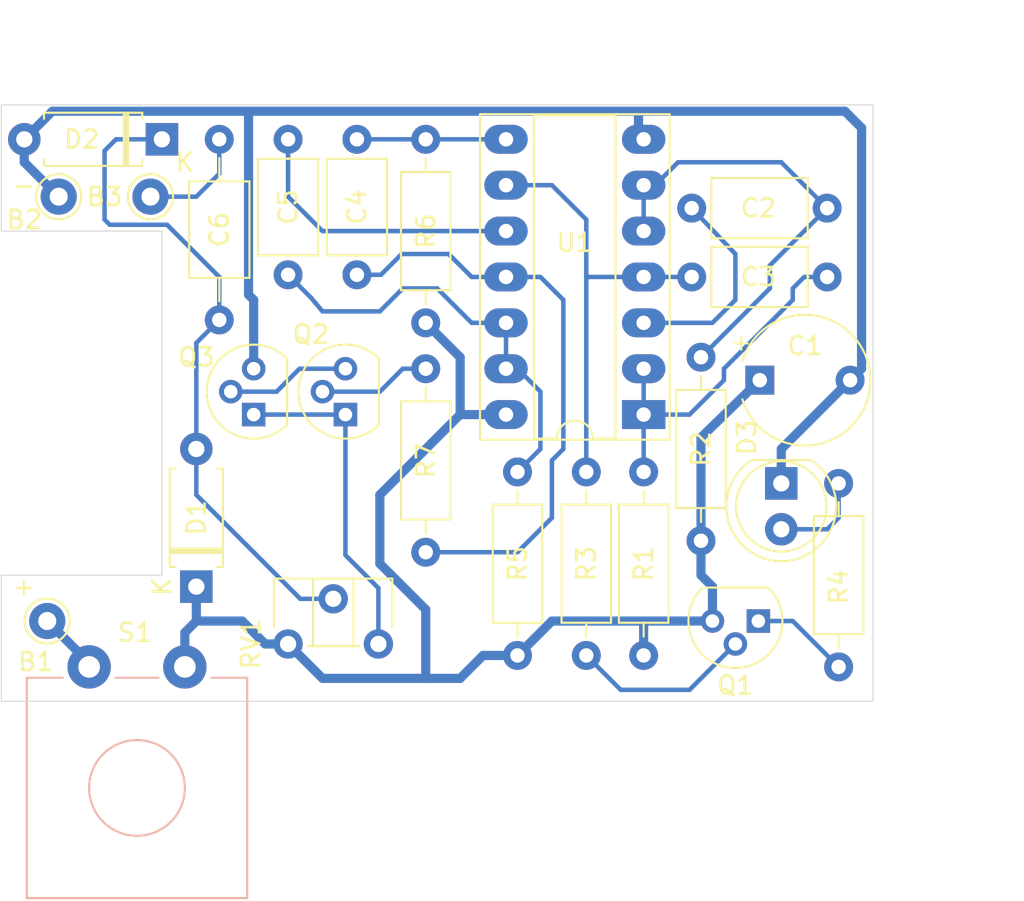
<source format=kicad_pcb>
(kicad_pcb (version 20171130) (host pcbnew "(5.1.10)-1")

  (general
    (thickness 1.6)
    (drawings 14)
    (tracks 141)
    (zones 0)
    (modules 25)
    (nets 20)
  )

  (page A4)
  (layers
    (0 F.Cu signal)
    (31 B.Cu signal)
    (32 B.Adhes user)
    (33 F.Adhes user)
    (34 B.Paste user)
    (35 F.Paste user)
    (36 B.SilkS user hide)
    (37 F.SilkS user)
    (38 B.Mask user)
    (39 F.Mask user)
    (40 Dwgs.User user)
    (41 Cmts.User user)
    (42 Eco1.User user)
    (43 Eco2.User user)
    (44 Edge.Cuts user)
    (45 Margin user)
    (46 B.CrtYd user hide)
    (47 F.CrtYd user hide)
    (48 B.Fab user hide)
    (49 F.Fab user hide)
  )

  (setup
    (last_trace_width 0.25)
    (trace_clearance 0.2)
    (zone_clearance 0.508)
    (zone_45_only no)
    (trace_min 0.2)
    (via_size 0.8)
    (via_drill 0.4)
    (via_min_size 0.4)
    (via_min_drill 0.3)
    (uvia_size 0.3)
    (uvia_drill 0.1)
    (uvias_allowed no)
    (uvia_min_size 0.2)
    (uvia_min_drill 0.1)
    (edge_width 0.05)
    (segment_width 0.2)
    (pcb_text_width 0.3)
    (pcb_text_size 1.5 1.5)
    (mod_edge_width 0.12)
    (mod_text_size 1 1)
    (mod_text_width 0.15)
    (pad_size 1.8 1.8)
    (pad_drill 0.9)
    (pad_to_mask_clearance 0)
    (aux_axis_origin 0 0)
    (visible_elements 7FFFFFFF)
    (pcbplotparams
      (layerselection 0x010fc_ffffffff)
      (usegerberextensions false)
      (usegerberattributes true)
      (usegerberadvancedattributes true)
      (creategerberjobfile true)
      (excludeedgelayer true)
      (linewidth 0.100000)
      (plotframeref false)
      (viasonmask false)
      (mode 1)
      (useauxorigin false)
      (hpglpennumber 1)
      (hpglpenspeed 20)
      (hpglpendiameter 15.000000)
      (psnegative false)
      (psa4output false)
      (plotreference true)
      (plotvalue true)
      (plotinvisibletext false)
      (padsonsilk false)
      (subtractmaskfromsilk false)
      (outputformat 1)
      (mirror false)
      (drillshape 1)
      (scaleselection 1)
      (outputdirectory ""))
  )

  (net 0 "")
  (net 1 "Net-(B1-Pad1)")
  (net 2 GND)
  (net 3 "Net-(B3-Pad1)")
  (net 4 VCC)
  (net 5 "Net-(C2-Pad2)")
  (net 6 "Net-(C2-Pad1)")
  (net 7 "Net-(C3-Pad2)")
  (net 8 "Net-(C3-Pad1)")
  (net 9 "Net-(C4-Pad2)")
  (net 10 "Net-(C4-Pad1)")
  (net 11 "Net-(C5-Pad2)")
  (net 12 "Net-(C5-Pad1)")
  (net 13 "Net-(C6-Pad2)")
  (net 14 "Net-(D3-Pad2)")
  (net 15 "Net-(Q1-Pad1)")
  (net 16 "Net-(Q1-Pad2)")
  (net 17 "Net-(Q2-Pad1)")
  (net 18 "Net-(Q2-Pad3)")
  (net 19 "Net-(Q2-Pad2)")

  (net_class Default "This is the default net class."
    (clearance 0.2)
    (trace_width 0.25)
    (via_dia 0.8)
    (via_drill 0.4)
    (uvia_dia 0.3)
    (uvia_drill 0.1)
    (add_net GND)
    (add_net "Net-(B1-Pad1)")
    (add_net "Net-(B3-Pad1)")
    (add_net "Net-(C2-Pad1)")
    (add_net "Net-(C2-Pad2)")
    (add_net "Net-(C3-Pad1)")
    (add_net "Net-(C3-Pad2)")
    (add_net "Net-(C4-Pad1)")
    (add_net "Net-(C4-Pad2)")
    (add_net "Net-(C5-Pad1)")
    (add_net "Net-(C5-Pad2)")
    (add_net "Net-(C6-Pad2)")
    (add_net "Net-(D3-Pad2)")
    (add_net "Net-(Q1-Pad1)")
    (add_net "Net-(Q1-Pad2)")
    (add_net "Net-(Q2-Pad1)")
    (add_net "Net-(Q2-Pad2)")
    (add_net "Net-(Q2-Pad3)")
    (add_net VCC)
  )

  (module Package_DIP:DIP-14_W7.62mm_Socket_LongPads (layer F.Cu) (tedit 5A02E8C5) (tstamp 65B74AD4)
    (at 139.065 93.345 180)
    (descr "14-lead though-hole mounted DIP package, row spacing 7.62 mm (300 mils), Socket, LongPads")
    (tags "THT DIP DIL PDIP 2.54mm 7.62mm 300mil Socket LongPads")
    (path /65B54DDD)
    (fp_text reference U1 (at 3.81 9.525) (layer F.SilkS)
      (effects (font (size 1 1) (thickness 0.15)))
    )
    (fp_text value 4011 (at 3.81 17.57) (layer F.Fab)
      (effects (font (size 1 1) (thickness 0.15)))
    )
    (fp_line (start 1.635 -1.27) (end 6.985 -1.27) (layer F.Fab) (width 0.1))
    (fp_line (start 6.985 -1.27) (end 6.985 16.51) (layer F.Fab) (width 0.1))
    (fp_line (start 6.985 16.51) (end 0.635 16.51) (layer F.Fab) (width 0.1))
    (fp_line (start 0.635 16.51) (end 0.635 -0.27) (layer F.Fab) (width 0.1))
    (fp_line (start 0.635 -0.27) (end 1.635 -1.27) (layer F.Fab) (width 0.1))
    (fp_line (start -1.27 -1.33) (end -1.27 16.57) (layer F.Fab) (width 0.1))
    (fp_line (start -1.27 16.57) (end 8.89 16.57) (layer F.Fab) (width 0.1))
    (fp_line (start 8.89 16.57) (end 8.89 -1.33) (layer F.Fab) (width 0.1))
    (fp_line (start 8.89 -1.33) (end -1.27 -1.33) (layer F.Fab) (width 0.1))
    (fp_line (start 2.81 -1.33) (end 1.56 -1.33) (layer F.SilkS) (width 0.12))
    (fp_line (start 1.56 -1.33) (end 1.56 16.57) (layer F.SilkS) (width 0.12))
    (fp_line (start 1.56 16.57) (end 6.06 16.57) (layer F.SilkS) (width 0.12))
    (fp_line (start 6.06 16.57) (end 6.06 -1.33) (layer F.SilkS) (width 0.12))
    (fp_line (start 6.06 -1.33) (end 4.81 -1.33) (layer F.SilkS) (width 0.12))
    (fp_line (start -1.44 -1.39) (end -1.44 16.63) (layer F.SilkS) (width 0.12))
    (fp_line (start -1.44 16.63) (end 9.06 16.63) (layer F.SilkS) (width 0.12))
    (fp_line (start 9.06 16.63) (end 9.06 -1.39) (layer F.SilkS) (width 0.12))
    (fp_line (start 9.06 -1.39) (end -1.44 -1.39) (layer F.SilkS) (width 0.12))
    (fp_line (start -1.55 -1.6) (end -1.55 16.85) (layer F.CrtYd) (width 0.05))
    (fp_line (start -1.55 16.85) (end 9.15 16.85) (layer F.CrtYd) (width 0.05))
    (fp_line (start 9.15 16.85) (end 9.15 -1.6) (layer F.CrtYd) (width 0.05))
    (fp_line (start 9.15 -1.6) (end -1.55 -1.6) (layer F.CrtYd) (width 0.05))
    (fp_text user %R (at 3.81 7.62) (layer F.Fab)
      (effects (font (size 1 1) (thickness 0.15)))
    )
    (fp_arc (start 3.81 -1.33) (end 2.81 -1.33) (angle -180) (layer F.SilkS) (width 0.12))
    (pad 14 thru_hole oval (at 7.62 0 180) (size 2.4 1.6) (drill 0.8) (layers *.Cu *.Mask)
      (net 4 VCC))
    (pad 7 thru_hole oval (at 0 15.24 180) (size 2.4 1.6) (drill 0.8) (layers *.Cu *.Mask)
      (net 2 GND))
    (pad 13 thru_hole oval (at 7.62 2.54 180) (size 2.4 1.6) (drill 0.8) (layers *.Cu *.Mask)
      (net 12 "Net-(C5-Pad1)"))
    (pad 6 thru_hole oval (at 0 12.7 180) (size 2.4 1.6) (drill 0.8) (layers *.Cu *.Mask)
      (net 6 "Net-(C2-Pad1)"))
    (pad 12 thru_hole oval (at 7.62 5.08 180) (size 2.4 1.6) (drill 0.8) (layers *.Cu *.Mask)
      (net 12 "Net-(C5-Pad1)"))
    (pad 5 thru_hole oval (at 0 10.16 180) (size 2.4 1.6) (drill 0.8) (layers *.Cu *.Mask)
      (net 6 "Net-(C2-Pad1)"))
    (pad 11 thru_hole oval (at 7.62 7.62 180) (size 2.4 1.6) (drill 0.8) (layers *.Cu *.Mask)
      (net 10 "Net-(C4-Pad1)"))
    (pad 4 thru_hole oval (at 0 7.62 180) (size 2.4 1.6) (drill 0.8) (layers *.Cu *.Mask)
      (net 8 "Net-(C3-Pad1)"))
    (pad 10 thru_hole oval (at 7.62 10.16 180) (size 2.4 1.6) (drill 0.8) (layers *.Cu *.Mask)
      (net 11 "Net-(C5-Pad2)"))
    (pad 3 thru_hole oval (at 0 5.08 180) (size 2.4 1.6) (drill 0.8) (layers *.Cu *.Mask)
      (net 5 "Net-(C2-Pad2)"))
    (pad 9 thru_hole oval (at 7.62 12.7 180) (size 2.4 1.6) (drill 0.8) (layers *.Cu *.Mask)
      (net 8 "Net-(C3-Pad1)"))
    (pad 2 thru_hole oval (at 0 2.54 180) (size 2.4 1.6) (drill 0.8) (layers *.Cu *.Mask)
      (net 7 "Net-(C3-Pad2)"))
    (pad 8 thru_hole oval (at 7.62 15.24 180) (size 2.4 1.6) (drill 0.8) (layers *.Cu *.Mask)
      (net 9 "Net-(C4-Pad2)"))
    (pad 1 thru_hole rect (at 0 0 180) (size 2.4 1.6) (drill 0.8) (layers *.Cu *.Mask)
      (net 7 "Net-(C3-Pad2)"))
    (model ${KISYS3DMOD}/Package_DIP.3dshapes/DIP-14_W7.62mm_Socket.wrl
      (at (xyz 0 0 0))
      (scale (xyz 1 1 1))
      (rotate (xyz 0 0 0))
    )
  )

  (module Capacitor_THT:CP_Radial_Tantal_D7.0mm_P5.00mm (layer F.Cu) (tedit 5AE50EF0) (tstamp 65B720A6)
    (at 145.495 91.44)
    (descr "CP, Radial_Tantal series, Radial, pin pitch=5.00mm, , diameter=7.0mm, Tantal Electrolytic Capacitor, http://cdn-reichelt.de/documents/datenblatt/B300/TANTAL-TB-Serie%23.pdf")
    (tags "CP Radial_Tantal series Radial pin pitch 5.00mm  diameter 7.0mm Tantal Electrolytic Capacitor")
    (path /65B5F264)
    (fp_text reference C1 (at 2.5 -1.905) (layer F.SilkS)
      (effects (font (size 1 1) (thickness 0.15)))
    )
    (fp_text value 100u (at 2.5 4.75) (layer F.Fab)
      (effects (font (size 1 1) (thickness 0.15)))
    )
    (fp_circle (center 2.5 0) (end 6 0) (layer F.Fab) (width 0.1))
    (fp_circle (center 2.5 0) (end 6.25 0) (layer F.CrtYd) (width 0.05))
    (fp_line (start -0.495708 -1.5275) (end 0.204292 -1.5275) (layer F.Fab) (width 0.1))
    (fp_line (start -0.145708 -1.8775) (end -0.145708 -1.1775) (layer F.Fab) (width 0.1))
    (fp_line (start -1.374723 -2.035) (end -0.674723 -2.035) (layer F.SilkS) (width 0.12))
    (fp_line (start -1.024723 -2.385) (end -1.024723 -1.685) (layer F.SilkS) (width 0.12))
    (fp_text user %R (at 2.5 0) (layer F.Fab)
      (effects (font (size 1 1) (thickness 0.15)))
    )
    (fp_arc (start 2.5 0) (end -0.961329 -1.06) (angle 325.946556) (layer F.SilkS) (width 0.12))
    (pad 2 thru_hole circle (at 5 0) (size 1.6 1.6) (drill 0.8) (layers *.Cu *.Mask)
      (net 2 GND))
    (pad 1 thru_hole rect (at 0 0) (size 1.6 1.6) (drill 0.8) (layers *.Cu *.Mask)
      (net 4 VCC))
    (model ${KISYS3DMOD}/Capacitor_THT.3dshapes/CP_Radial_Tantal_D7.0mm_P5.00mm.wrl
      (at (xyz 0 0 0))
      (scale (xyz 1 1 1))
      (rotate (xyz 0 0 0))
    )
  )

  (module Capacitor_THT:C_Axial_L5.1mm_D3.1mm_P7.50mm_Horizontal (layer F.Cu) (tedit 5AE50EF0) (tstamp 65B710DF)
    (at 119.38 85.605 90)
    (descr "C, Axial series, Axial, Horizontal, pin pitch=7.5mm, , length*diameter=5.1*3.1mm^2, http://www.vishay.com/docs/45231/arseries.pdf")
    (tags "C Axial series Axial Horizontal pin pitch 7.5mm  length 5.1mm diameter 3.1mm")
    (path /65B6659F)
    (fp_text reference C5 (at 3.75 0 90) (layer F.SilkS)
      (effects (font (size 1 1) (thickness 0.15)))
    )
    (fp_text value 100p (at 3.75 2.67 90) (layer F.Fab)
      (effects (font (size 1 1) (thickness 0.15)))
    )
    (fp_line (start 1.2 -1.55) (end 1.2 1.55) (layer F.Fab) (width 0.1))
    (fp_line (start 1.2 1.55) (end 6.3 1.55) (layer F.Fab) (width 0.1))
    (fp_line (start 6.3 1.55) (end 6.3 -1.55) (layer F.Fab) (width 0.1))
    (fp_line (start 6.3 -1.55) (end 1.2 -1.55) (layer F.Fab) (width 0.1))
    (fp_line (start 0 0) (end 1.2 0) (layer F.Fab) (width 0.1))
    (fp_line (start 7.5 0) (end 6.3 0) (layer F.Fab) (width 0.1))
    (fp_line (start 1.08 -1.67) (end 1.08 1.67) (layer F.SilkS) (width 0.12))
    (fp_line (start 1.08 1.67) (end 6.42 1.67) (layer F.SilkS) (width 0.12))
    (fp_line (start 6.42 1.67) (end 6.42 -1.67) (layer F.SilkS) (width 0.12))
    (fp_line (start 6.42 -1.67) (end 1.08 -1.67) (layer F.SilkS) (width 0.12))
    (fp_line (start 1.04 0) (end 1.08 0) (layer F.SilkS) (width 0.12))
    (fp_line (start 6.46 0) (end 6.42 0) (layer F.SilkS) (width 0.12))
    (fp_line (start -1.05 -1.8) (end -1.05 1.8) (layer F.CrtYd) (width 0.05))
    (fp_line (start -1.05 1.8) (end 8.55 1.8) (layer F.CrtYd) (width 0.05))
    (fp_line (start 8.55 1.8) (end 8.55 -1.8) (layer F.CrtYd) (width 0.05))
    (fp_line (start 8.55 -1.8) (end -1.05 -1.8) (layer F.CrtYd) (width 0.05))
    (fp_text user %R (at 3.75 0 90) (layer F.Fab)
      (effects (font (size 1 1) (thickness 0.15)))
    )
    (pad 2 thru_hole oval (at 7.5 0 90) (size 1.6 1.6) (drill 0.8) (layers *.Cu *.Mask)
      (net 11 "Net-(C5-Pad2)"))
    (pad 1 thru_hole circle (at 0 0 90) (size 1.6 1.6) (drill 0.8) (layers *.Cu *.Mask)
      (net 12 "Net-(C5-Pad1)"))
    (model ${KISYS3DMOD}/Capacitor_THT.3dshapes/C_Axial_L5.1mm_D3.1mm_P7.50mm_Horizontal.wrl
      (at (xyz 0 0 0))
      (scale (xyz 1 1 1))
      (rotate (xyz 0 0 0))
    )
  )

  (module Capacitor_THT:C_Axial_L5.1mm_D3.1mm_P7.50mm_Horizontal (layer F.Cu) (tedit 5AE50EF0) (tstamp 65B710C8)
    (at 123.19 85.605 90)
    (descr "C, Axial series, Axial, Horizontal, pin pitch=7.5mm, , length*diameter=5.1*3.1mm^2, http://www.vishay.com/docs/45231/arseries.pdf")
    (tags "C Axial series Axial Horizontal pin pitch 7.5mm  length 5.1mm diameter 3.1mm")
    (path /65B66A90)
    (fp_text reference C4 (at 3.75 0 90) (layer F.SilkS)
      (effects (font (size 1 1) (thickness 0.15)))
    )
    (fp_text value 100p (at 3.75 2.67 90) (layer F.Fab)
      (effects (font (size 1 1) (thickness 0.15)))
    )
    (fp_line (start 1.2 -1.55) (end 1.2 1.55) (layer F.Fab) (width 0.1))
    (fp_line (start 1.2 1.55) (end 6.3 1.55) (layer F.Fab) (width 0.1))
    (fp_line (start 6.3 1.55) (end 6.3 -1.55) (layer F.Fab) (width 0.1))
    (fp_line (start 6.3 -1.55) (end 1.2 -1.55) (layer F.Fab) (width 0.1))
    (fp_line (start 0 0) (end 1.2 0) (layer F.Fab) (width 0.1))
    (fp_line (start 7.5 0) (end 6.3 0) (layer F.Fab) (width 0.1))
    (fp_line (start 1.08 -1.67) (end 1.08 1.67) (layer F.SilkS) (width 0.12))
    (fp_line (start 1.08 1.67) (end 6.42 1.67) (layer F.SilkS) (width 0.12))
    (fp_line (start 6.42 1.67) (end 6.42 -1.67) (layer F.SilkS) (width 0.12))
    (fp_line (start 6.42 -1.67) (end 1.08 -1.67) (layer F.SilkS) (width 0.12))
    (fp_line (start 1.04 0) (end 1.08 0) (layer F.SilkS) (width 0.12))
    (fp_line (start 6.46 0) (end 6.42 0) (layer F.SilkS) (width 0.12))
    (fp_line (start -1.05 -1.8) (end -1.05 1.8) (layer F.CrtYd) (width 0.05))
    (fp_line (start -1.05 1.8) (end 8.55 1.8) (layer F.CrtYd) (width 0.05))
    (fp_line (start 8.55 1.8) (end 8.55 -1.8) (layer F.CrtYd) (width 0.05))
    (fp_line (start 8.55 -1.8) (end -1.05 -1.8) (layer F.CrtYd) (width 0.05))
    (fp_text user %R (at 3.75 0 90) (layer F.Fab)
      (effects (font (size 1 1) (thickness 0.15)))
    )
    (pad 2 thru_hole oval (at 7.5 0 90) (size 1.6 1.6) (drill 0.8) (layers *.Cu *.Mask)
      (net 9 "Net-(C4-Pad2)"))
    (pad 1 thru_hole circle (at 0 0 90) (size 1.6 1.6) (drill 0.8) (layers *.Cu *.Mask)
      (net 10 "Net-(C4-Pad1)"))
    (model ${KISYS3DMOD}/Capacitor_THT.3dshapes/C_Axial_L5.1mm_D3.1mm_P7.50mm_Horizontal.wrl
      (at (xyz 0 0 0))
      (scale (xyz 1 1 1))
      (rotate (xyz 0 0 0))
    )
  )

  (module Capacitor_THT:C_Axial_L5.1mm_D3.1mm_P7.50mm_Horizontal (layer F.Cu) (tedit 5AE50EF0) (tstamp 65B710B1)
    (at 141.725 85.725)
    (descr "C, Axial series, Axial, Horizontal, pin pitch=7.5mm, , length*diameter=5.1*3.1mm^2, http://www.vishay.com/docs/45231/arseries.pdf")
    (tags "C Axial series Axial Horizontal pin pitch 7.5mm  length 5.1mm diameter 3.1mm")
    (path /65B5C933)
    (fp_text reference C3 (at 3.69 0) (layer F.SilkS)
      (effects (font (size 1 1) (thickness 0.15)))
    )
    (fp_text value 470n (at 3.75 2.67) (layer F.Fab)
      (effects (font (size 1 1) (thickness 0.15)))
    )
    (fp_line (start 1.2 -1.55) (end 1.2 1.55) (layer F.Fab) (width 0.1))
    (fp_line (start 1.2 1.55) (end 6.3 1.55) (layer F.Fab) (width 0.1))
    (fp_line (start 6.3 1.55) (end 6.3 -1.55) (layer F.Fab) (width 0.1))
    (fp_line (start 6.3 -1.55) (end 1.2 -1.55) (layer F.Fab) (width 0.1))
    (fp_line (start 0 0) (end 1.2 0) (layer F.Fab) (width 0.1))
    (fp_line (start 7.5 0) (end 6.3 0) (layer F.Fab) (width 0.1))
    (fp_line (start 1.08 -1.67) (end 1.08 1.67) (layer F.SilkS) (width 0.12))
    (fp_line (start 1.08 1.67) (end 6.42 1.67) (layer F.SilkS) (width 0.12))
    (fp_line (start 6.42 1.67) (end 6.42 -1.67) (layer F.SilkS) (width 0.12))
    (fp_line (start 6.42 -1.67) (end 1.08 -1.67) (layer F.SilkS) (width 0.12))
    (fp_line (start 1.04 0) (end 1.08 0) (layer F.SilkS) (width 0.12))
    (fp_line (start 6.46 0) (end 6.42 0) (layer F.SilkS) (width 0.12))
    (fp_line (start -1.05 -1.8) (end -1.05 1.8) (layer F.CrtYd) (width 0.05))
    (fp_line (start -1.05 1.8) (end 8.55 1.8) (layer F.CrtYd) (width 0.05))
    (fp_line (start 8.55 1.8) (end 8.55 -1.8) (layer F.CrtYd) (width 0.05))
    (fp_line (start 8.55 -1.8) (end -1.05 -1.8) (layer F.CrtYd) (width 0.05))
    (fp_text user %R (at 3.75 0) (layer F.Fab)
      (effects (font (size 1 1) (thickness 0.15)))
    )
    (pad 2 thru_hole oval (at 7.5 0) (size 1.6 1.6) (drill 0.8) (layers *.Cu *.Mask)
      (net 7 "Net-(C3-Pad2)"))
    (pad 1 thru_hole circle (at 0 0) (size 1.6 1.6) (drill 0.8) (layers *.Cu *.Mask)
      (net 8 "Net-(C3-Pad1)"))
    (model ${KISYS3DMOD}/Capacitor_THT.3dshapes/C_Axial_L5.1mm_D3.1mm_P7.50mm_Horizontal.wrl
      (at (xyz 0 0 0))
      (scale (xyz 1 1 1))
      (rotate (xyz 0 0 0))
    )
  )

  (module Capacitor_THT:C_Axial_L5.1mm_D3.1mm_P7.50mm_Horizontal (layer F.Cu) (tedit 5AE50EF0) (tstamp 65B73FE2)
    (at 149.225 81.915 180)
    (descr "C, Axial series, Axial, Horizontal, pin pitch=7.5mm, , length*diameter=5.1*3.1mm^2, http://www.vishay.com/docs/45231/arseries.pdf")
    (tags "C Axial series Axial Horizontal pin pitch 7.5mm  length 5.1mm diameter 3.1mm")
    (path /65B5CE73)
    (fp_text reference C2 (at 3.81 0 180) (layer F.SilkS)
      (effects (font (size 1 1) (thickness 0.15)))
    )
    (fp_text value 470n (at 3.75 2.67) (layer F.Fab)
      (effects (font (size 1 1) (thickness 0.15)))
    )
    (fp_line (start 1.2 -1.55) (end 1.2 1.55) (layer F.Fab) (width 0.1))
    (fp_line (start 1.2 1.55) (end 6.3 1.55) (layer F.Fab) (width 0.1))
    (fp_line (start 6.3 1.55) (end 6.3 -1.55) (layer F.Fab) (width 0.1))
    (fp_line (start 6.3 -1.55) (end 1.2 -1.55) (layer F.Fab) (width 0.1))
    (fp_line (start 0 0) (end 1.2 0) (layer F.Fab) (width 0.1))
    (fp_line (start 7.5 0) (end 6.3 0) (layer F.Fab) (width 0.1))
    (fp_line (start 1.08 -1.67) (end 1.08 1.67) (layer F.SilkS) (width 0.12))
    (fp_line (start 1.08 1.67) (end 6.42 1.67) (layer F.SilkS) (width 0.12))
    (fp_line (start 6.42 1.67) (end 6.42 -1.67) (layer F.SilkS) (width 0.12))
    (fp_line (start 6.42 -1.67) (end 1.08 -1.67) (layer F.SilkS) (width 0.12))
    (fp_line (start 1.04 0) (end 1.08 0) (layer F.SilkS) (width 0.12))
    (fp_line (start 6.46 0) (end 6.42 0) (layer F.SilkS) (width 0.12))
    (fp_line (start -1.05 -1.8) (end -1.05 1.8) (layer F.CrtYd) (width 0.05))
    (fp_line (start -1.05 1.8) (end 8.55 1.8) (layer F.CrtYd) (width 0.05))
    (fp_line (start 8.55 1.8) (end 8.55 -1.8) (layer F.CrtYd) (width 0.05))
    (fp_line (start 8.55 -1.8) (end -1.05 -1.8) (layer F.CrtYd) (width 0.05))
    (fp_text user %R (at 3.75 0) (layer F.Fab)
      (effects (font (size 1 1) (thickness 0.15)))
    )
    (pad 2 thru_hole oval (at 7.5 0 180) (size 1.6 1.6) (drill 0.8) (layers *.Cu *.Mask)
      (net 5 "Net-(C2-Pad2)"))
    (pad 1 thru_hole circle (at 0 0 180) (size 1.6 1.6) (drill 0.8) (layers *.Cu *.Mask)
      (net 6 "Net-(C2-Pad1)"))
    (model ${KISYS3DMOD}/Capacitor_THT.3dshapes/C_Axial_L5.1mm_D3.1mm_P7.50mm_Horizontal.wrl
      (at (xyz 0 0 0))
      (scale (xyz 1 1 1))
      (rotate (xyz 0 0 0))
    )
  )

  (module Button_Switch_THT:SW_CW_GPTS203211B (layer B.Cu) (tedit 5AC7C0C9) (tstamp 65B6FC24)
    (at 108.365 107.315 270)
    (descr "SPST Off-On Pushbutton, 1A, 30V, CW Industries P/N GPTS203211B, http://switches-connectors-custom.cwind.com/Asset/GPTS203211BR2.pdf")
    (tags "SPST button switch Off-On")
    (path /65B548F4)
    (fp_text reference S1 (at -1.905 -2.54) (layer F.SilkS)
      (effects (font (size 1 1) (thickness 0.15)))
    )
    (fp_text value SW_SPST (at 6.7 -9.65 270) (layer B.Fab) hide
      (effects (font (size 1 1) (thickness 0.15)) (justify mirror))
    )
    (fp_circle (center 6.7 -2.65) (end 9.35 -2.65) (layer B.SilkS) (width 0.12))
    (fp_line (start 0.7 3.35) (end 0.7 -8.65) (layer B.Fab) (width 0.1))
    (fp_line (start 0.7 -8.65) (end 12.7 -8.65) (layer B.Fab) (width 0.1))
    (fp_line (start 12.7 -8.65) (end 12.7 3.35) (layer B.Fab) (width 0.1))
    (fp_line (start 12.7 3.35) (end 0.7 3.35) (layer B.Fab) (width 0.1))
    (fp_line (start 0.6 1.46) (end 0.6 3.45) (layer B.SilkS) (width 0.12))
    (fp_line (start 0.6 3.45) (end 12.8 3.45) (layer B.SilkS) (width 0.12))
    (fp_line (start 12.8 3.45) (end 12.8 -8.75) (layer B.SilkS) (width 0.12))
    (fp_line (start 12.8 -8.75) (end 0.6 -8.75) (layer B.SilkS) (width 0.12))
    (fp_line (start 0.6 -8.75) (end 0.6 -6.76) (layer B.SilkS) (width 0.12))
    (fp_line (start 0.6 -1.46) (end 0.6 -3.84) (layer B.SilkS) (width 0.12))
    (fp_line (start -1.45 3.6) (end -1.45 -8.9) (layer B.CrtYd) (width 0.05))
    (fp_line (start -1.45 -8.9) (end 12.95 -8.9) (layer B.CrtYd) (width 0.05))
    (fp_line (start 12.95 -8.9) (end 12.95 3.6) (layer B.CrtYd) (width 0.05))
    (fp_line (start 12.95 3.6) (end -1.45 3.6) (layer B.CrtYd) (width 0.05))
    (fp_text user %R (at 6.7 -2.65 270) (layer B.Fab) hide
      (effects (font (size 1 1) (thickness 0.15)) (justify mirror))
    )
    (pad 2 thru_hole circle (at 0 -5.3 270) (size 2.4 2.4) (drill 1.2) (layers *.Cu *.Mask)
      (net 4 VCC))
    (pad 1 thru_hole circle (at 0 0 270) (size 2.4 2.4) (drill 1.2) (layers *.Cu *.Mask)
      (net 1 "Net-(B1-Pad1)"))
    (model ${KISYS3DMOD}/Button_Switch_THT.3dshapes/SW_CW_GPTS203211B.wrl
      (at (xyz 0 0 0))
      (scale (xyz 1 1 1))
      (rotate (xyz 0 0 0))
    )
  )

  (module Potentiometer_THT:Potentiometer_ACP_CA6-H2,5_Horizontal (layer F.Cu) (tedit 5A3D4994) (tstamp 65B6FC0E)
    (at 119.38 106.045 90)
    (descr "Potentiometer, horizontal, ACP CA6-H2,5, http://www.acptechnologies.com/wp-content/uploads/2017/06/01-ACP-CA6.pdf")
    (tags "Potentiometer horizontal ACP CA6-H2,5")
    (path /65B5B806)
    (fp_text reference RV1 (at 0 -2.06 90) (layer F.SilkS)
      (effects (font (size 1 1) (thickness 0.15)))
    )
    (fp_text value 1K (at 0 7.06 90) (layer F.Fab)
      (effects (font (size 1 1) (thickness 0.15)))
    )
    (fp_line (start 3.5 -0.65) (end 3.5 5.65) (layer F.Fab) (width 0.1))
    (fp_line (start 3.5 5.65) (end 0 5.65) (layer F.Fab) (width 0.1))
    (fp_line (start 0 5.65) (end 0 -0.65) (layer F.Fab) (width 0.1))
    (fp_line (start 0 -0.65) (end 3.5 -0.65) (layer F.Fab) (width 0.1))
    (fp_line (start 0 1.5) (end 0 3.5) (layer F.Fab) (width 0.1))
    (fp_line (start 0 3.5) (end 3.5 3.5) (layer F.Fab) (width 0.1))
    (fp_line (start 3.5 3.5) (end 3.5 1.5) (layer F.Fab) (width 0.1))
    (fp_line (start 3.5 1.5) (end 0 1.5) (layer F.Fab) (width 0.1))
    (fp_line (start 0.925 -0.77) (end 3.62 -0.77) (layer F.SilkS) (width 0.12))
    (fp_line (start 0.925 5.77) (end 3.62 5.77) (layer F.SilkS) (width 0.12))
    (fp_line (start 3.62 -0.77) (end 3.62 5.77) (layer F.SilkS) (width 0.12))
    (fp_line (start -0.121 1.066) (end -0.121 3.935) (layer F.SilkS) (width 0.12))
    (fp_line (start -0.121 1.38) (end 3.62 1.38) (layer F.SilkS) (width 0.12))
    (fp_line (start -0.121 3.62) (end 3.62 3.62) (layer F.SilkS) (width 0.12))
    (fp_line (start -0.121 1.38) (end -0.121 3.62) (layer F.SilkS) (width 0.12))
    (fp_line (start 3.62 1.38) (end 3.62 3.62) (layer F.SilkS) (width 0.12))
    (fp_line (start -1.1 -1.1) (end -1.1 6.1) (layer F.CrtYd) (width 0.05))
    (fp_line (start -1.1 6.1) (end 3.75 6.1) (layer F.CrtYd) (width 0.05))
    (fp_line (start 3.75 6.1) (end 3.75 -1.1) (layer F.CrtYd) (width 0.05))
    (fp_line (start 3.75 -1.1) (end -1.1 -1.1) (layer F.CrtYd) (width 0.05))
    (fp_text user %R (at 1.75 2.5 90) (layer F.Fab)
      (effects (font (size 0.78 0.78) (thickness 0.15)))
    )
    (pad 1 thru_hole circle (at 0 0 90) (size 1.62 1.62) (drill 0.9) (layers *.Cu *.Mask)
      (net 4 VCC))
    (pad 2 thru_hole circle (at 2.5 2.5 90) (size 1.62 1.62) (drill 0.9) (layers *.Cu *.Mask)
      (net 13 "Net-(C6-Pad2)"))
    (pad 3 thru_hole circle (at 0 5 90) (size 1.62 1.62) (drill 0.9) (layers *.Cu *.Mask)
      (net 17 "Net-(Q2-Pad1)"))
    (model ${KISYS3DMOD}/Potentiometer_THT.3dshapes/Potentiometer_ACP_CA6-H2,5_Horizontal.wrl
      (at (xyz 0 0 0))
      (scale (xyz 1 1 1))
      (rotate (xyz 0 0 0))
    )
  )

  (module Resistor_THT:R_Axial_DIN0207_L6.3mm_D2.5mm_P10.16mm_Horizontal (layer F.Cu) (tedit 5AE5139B) (tstamp 65B6FBF2)
    (at 127 100.965 90)
    (descr "Resistor, Axial_DIN0207 series, Axial, Horizontal, pin pitch=10.16mm, 0.25W = 1/4W, length*diameter=6.3*2.5mm^2, http://cdn-reichelt.de/documents/datenblatt/B400/1_4W%23YAG.pdf")
    (tags "Resistor Axial_DIN0207 series Axial Horizontal pin pitch 10.16mm 0.25W = 1/4W length 6.3mm diameter 2.5mm")
    (path /65B67971)
    (fp_text reference R7 (at 5.08 0 90) (layer F.SilkS)
      (effects (font (size 1 1) (thickness 0.15)))
    )
    (fp_text value 27K (at 5.08 2.37 90) (layer F.Fab)
      (effects (font (size 1 1) (thickness 0.15)))
    )
    (fp_line (start 1.93 -1.25) (end 1.93 1.25) (layer F.Fab) (width 0.1))
    (fp_line (start 1.93 1.25) (end 8.23 1.25) (layer F.Fab) (width 0.1))
    (fp_line (start 8.23 1.25) (end 8.23 -1.25) (layer F.Fab) (width 0.1))
    (fp_line (start 8.23 -1.25) (end 1.93 -1.25) (layer F.Fab) (width 0.1))
    (fp_line (start 0 0) (end 1.93 0) (layer F.Fab) (width 0.1))
    (fp_line (start 10.16 0) (end 8.23 0) (layer F.Fab) (width 0.1))
    (fp_line (start 1.81 -1.37) (end 1.81 1.37) (layer F.SilkS) (width 0.12))
    (fp_line (start 1.81 1.37) (end 8.35 1.37) (layer F.SilkS) (width 0.12))
    (fp_line (start 8.35 1.37) (end 8.35 -1.37) (layer F.SilkS) (width 0.12))
    (fp_line (start 8.35 -1.37) (end 1.81 -1.37) (layer F.SilkS) (width 0.12))
    (fp_line (start 1.04 0) (end 1.81 0) (layer F.SilkS) (width 0.12))
    (fp_line (start 9.12 0) (end 8.35 0) (layer F.SilkS) (width 0.12))
    (fp_line (start -1.05 -1.5) (end -1.05 1.5) (layer F.CrtYd) (width 0.05))
    (fp_line (start -1.05 1.5) (end 11.21 1.5) (layer F.CrtYd) (width 0.05))
    (fp_line (start 11.21 1.5) (end 11.21 -1.5) (layer F.CrtYd) (width 0.05))
    (fp_line (start 11.21 -1.5) (end -1.05 -1.5) (layer F.CrtYd) (width 0.05))
    (fp_text user %R (at 5.08 0 90) (layer F.Fab)
      (effects (font (size 1 1) (thickness 0.15)))
    )
    (pad 2 thru_hole oval (at 10.16 0 90) (size 1.6 1.6) (drill 0.8) (layers *.Cu *.Mask)
      (net 19 "Net-(Q2-Pad2)"))
    (pad 1 thru_hole circle (at 0 0 90) (size 1.6 1.6) (drill 0.8) (layers *.Cu *.Mask)
      (net 10 "Net-(C4-Pad1)"))
    (model ${KISYS3DMOD}/Resistor_THT.3dshapes/R_Axial_DIN0207_L6.3mm_D2.5mm_P10.16mm_Horizontal.wrl
      (at (xyz 0 0 0))
      (scale (xyz 1 1 1))
      (rotate (xyz 0 0 0))
    )
  )

  (module Resistor_THT:R_Axial_DIN0207_L6.3mm_D2.5mm_P10.16mm_Horizontal (layer F.Cu) (tedit 5AE5139B) (tstamp 65B6FBDB)
    (at 127 78.105 270)
    (descr "Resistor, Axial_DIN0207 series, Axial, Horizontal, pin pitch=10.16mm, 0.25W = 1/4W, length*diameter=6.3*2.5mm^2, http://cdn-reichelt.de/documents/datenblatt/B400/1_4W%23YAG.pdf")
    (tags "Resistor Axial_DIN0207 series Axial Horizontal pin pitch 10.16mm 0.25W = 1/4W length 6.3mm diameter 2.5mm")
    (path /65B674BB)
    (fp_text reference R6 (at 5.08 0 90) (layer F.SilkS)
      (effects (font (size 1 1) (thickness 0.15)))
    )
    (fp_text value 10M (at 5.08 2.37 90) (layer F.Fab)
      (effects (font (size 1 1) (thickness 0.15)))
    )
    (fp_line (start 1.93 -1.25) (end 1.93 1.25) (layer F.Fab) (width 0.1))
    (fp_line (start 1.93 1.25) (end 8.23 1.25) (layer F.Fab) (width 0.1))
    (fp_line (start 8.23 1.25) (end 8.23 -1.25) (layer F.Fab) (width 0.1))
    (fp_line (start 8.23 -1.25) (end 1.93 -1.25) (layer F.Fab) (width 0.1))
    (fp_line (start 0 0) (end 1.93 0) (layer F.Fab) (width 0.1))
    (fp_line (start 10.16 0) (end 8.23 0) (layer F.Fab) (width 0.1))
    (fp_line (start 1.81 -1.37) (end 1.81 1.37) (layer F.SilkS) (width 0.12))
    (fp_line (start 1.81 1.37) (end 8.35 1.37) (layer F.SilkS) (width 0.12))
    (fp_line (start 8.35 1.37) (end 8.35 -1.37) (layer F.SilkS) (width 0.12))
    (fp_line (start 8.35 -1.37) (end 1.81 -1.37) (layer F.SilkS) (width 0.12))
    (fp_line (start 1.04 0) (end 1.81 0) (layer F.SilkS) (width 0.12))
    (fp_line (start 9.12 0) (end 8.35 0) (layer F.SilkS) (width 0.12))
    (fp_line (start -1.05 -1.5) (end -1.05 1.5) (layer F.CrtYd) (width 0.05))
    (fp_line (start -1.05 1.5) (end 11.21 1.5) (layer F.CrtYd) (width 0.05))
    (fp_line (start 11.21 1.5) (end 11.21 -1.5) (layer F.CrtYd) (width 0.05))
    (fp_line (start 11.21 -1.5) (end -1.05 -1.5) (layer F.CrtYd) (width 0.05))
    (fp_text user %R (at 5.08 0 90) (layer F.Fab)
      (effects (font (size 1 1) (thickness 0.15)))
    )
    (pad 2 thru_hole oval (at 10.16 0 270) (size 1.6 1.6) (drill 0.8) (layers *.Cu *.Mask)
      (net 4 VCC))
    (pad 1 thru_hole circle (at 0 0 270) (size 1.6 1.6) (drill 0.8) (layers *.Cu *.Mask)
      (net 9 "Net-(C4-Pad2)"))
    (model ${KISYS3DMOD}/Resistor_THT.3dshapes/R_Axial_DIN0207_L6.3mm_D2.5mm_P10.16mm_Horizontal.wrl
      (at (xyz 0 0 0))
      (scale (xyz 1 1 1))
      (rotate (xyz 0 0 0))
    )
  )

  (module Resistor_THT:R_Axial_DIN0207_L6.3mm_D2.5mm_P10.16mm_Horizontal (layer F.Cu) (tedit 5AE5139B) (tstamp 65B6FBC4)
    (at 132.08 96.52 270)
    (descr "Resistor, Axial_DIN0207 series, Axial, Horizontal, pin pitch=10.16mm, 0.25W = 1/4W, length*diameter=6.3*2.5mm^2, http://cdn-reichelt.de/documents/datenblatt/B400/1_4W%23YAG.pdf")
    (tags "Resistor Axial_DIN0207 series Axial Horizontal pin pitch 10.16mm 0.25W = 1/4W length 6.3mm diameter 2.5mm")
    (path /65B670D1)
    (fp_text reference R5 (at 5.08 0 90) (layer F.SilkS)
      (effects (font (size 1 1) (thickness 0.15)))
    )
    (fp_text value 10M (at 5.08 2.37 90) (layer F.Fab)
      (effects (font (size 1 1) (thickness 0.15)))
    )
    (fp_line (start 1.93 -1.25) (end 1.93 1.25) (layer F.Fab) (width 0.1))
    (fp_line (start 1.93 1.25) (end 8.23 1.25) (layer F.Fab) (width 0.1))
    (fp_line (start 8.23 1.25) (end 8.23 -1.25) (layer F.Fab) (width 0.1))
    (fp_line (start 8.23 -1.25) (end 1.93 -1.25) (layer F.Fab) (width 0.1))
    (fp_line (start 0 0) (end 1.93 0) (layer F.Fab) (width 0.1))
    (fp_line (start 10.16 0) (end 8.23 0) (layer F.Fab) (width 0.1))
    (fp_line (start 1.81 -1.37) (end 1.81 1.37) (layer F.SilkS) (width 0.12))
    (fp_line (start 1.81 1.37) (end 8.35 1.37) (layer F.SilkS) (width 0.12))
    (fp_line (start 8.35 1.37) (end 8.35 -1.37) (layer F.SilkS) (width 0.12))
    (fp_line (start 8.35 -1.37) (end 1.81 -1.37) (layer F.SilkS) (width 0.12))
    (fp_line (start 1.04 0) (end 1.81 0) (layer F.SilkS) (width 0.12))
    (fp_line (start 9.12 0) (end 8.35 0) (layer F.SilkS) (width 0.12))
    (fp_line (start -1.05 -1.5) (end -1.05 1.5) (layer F.CrtYd) (width 0.05))
    (fp_line (start -1.05 1.5) (end 11.21 1.5) (layer F.CrtYd) (width 0.05))
    (fp_line (start 11.21 1.5) (end 11.21 -1.5) (layer F.CrtYd) (width 0.05))
    (fp_line (start 11.21 -1.5) (end -1.05 -1.5) (layer F.CrtYd) (width 0.05))
    (fp_text user %R (at 5.08 0 90) (layer F.Fab)
      (effects (font (size 1 1) (thickness 0.15)))
    )
    (pad 2 thru_hole oval (at 10.16 0 270) (size 1.6 1.6) (drill 0.8) (layers *.Cu *.Mask)
      (net 4 VCC))
    (pad 1 thru_hole circle (at 0 0 270) (size 1.6 1.6) (drill 0.8) (layers *.Cu *.Mask)
      (net 12 "Net-(C5-Pad1)"))
    (model ${KISYS3DMOD}/Resistor_THT.3dshapes/R_Axial_DIN0207_L6.3mm_D2.5mm_P10.16mm_Horizontal.wrl
      (at (xyz 0 0 0))
      (scale (xyz 1 1 1))
      (rotate (xyz 0 0 0))
    )
  )

  (module Resistor_THT:R_Axial_DIN0207_L6.3mm_D2.5mm_P10.16mm_Horizontal (layer F.Cu) (tedit 5AE5139B) (tstamp 65B74CCC)
    (at 149.86 107.315 90)
    (descr "Resistor, Axial_DIN0207 series, Axial, Horizontal, pin pitch=10.16mm, 0.25W = 1/4W, length*diameter=6.3*2.5mm^2, http://cdn-reichelt.de/documents/datenblatt/B400/1_4W%23YAG.pdf")
    (tags "Resistor Axial_DIN0207 series Axial Horizontal pin pitch 10.16mm 0.25W = 1/4W length 6.3mm diameter 2.5mm")
    (path /65B59D57)
    (fp_text reference R4 (at 4.445 0 90) (layer F.SilkS)
      (effects (font (size 1 1) (thickness 0.15)))
    )
    (fp_text value 470 (at 5.08 2.37 90) (layer F.Fab)
      (effects (font (size 1 1) (thickness 0.15)))
    )
    (fp_line (start 1.93 -1.25) (end 1.93 1.25) (layer F.Fab) (width 0.1))
    (fp_line (start 1.93 1.25) (end 8.23 1.25) (layer F.Fab) (width 0.1))
    (fp_line (start 8.23 1.25) (end 8.23 -1.25) (layer F.Fab) (width 0.1))
    (fp_line (start 8.23 -1.25) (end 1.93 -1.25) (layer F.Fab) (width 0.1))
    (fp_line (start 0 0) (end 1.93 0) (layer F.Fab) (width 0.1))
    (fp_line (start 10.16 0) (end 8.23 0) (layer F.Fab) (width 0.1))
    (fp_line (start 1.81 -1.37) (end 1.81 1.37) (layer F.SilkS) (width 0.12))
    (fp_line (start 1.81 1.37) (end 8.35 1.37) (layer F.SilkS) (width 0.12))
    (fp_line (start 8.35 1.37) (end 8.35 -1.37) (layer F.SilkS) (width 0.12))
    (fp_line (start 8.35 -1.37) (end 1.81 -1.37) (layer F.SilkS) (width 0.12))
    (fp_line (start 1.04 0) (end 1.81 0) (layer F.SilkS) (width 0.12))
    (fp_line (start 9.12 0) (end 8.35 0) (layer F.SilkS) (width 0.12))
    (fp_line (start -1.05 -1.5) (end -1.05 1.5) (layer F.CrtYd) (width 0.05))
    (fp_line (start -1.05 1.5) (end 11.21 1.5) (layer F.CrtYd) (width 0.05))
    (fp_line (start 11.21 1.5) (end 11.21 -1.5) (layer F.CrtYd) (width 0.05))
    (fp_line (start 11.21 -1.5) (end -1.05 -1.5) (layer F.CrtYd) (width 0.05))
    (fp_text user %R (at 5.08 0 90) (layer F.Fab)
      (effects (font (size 1 1) (thickness 0.15)))
    )
    (pad 2 thru_hole oval (at 10.16 0 90) (size 1.6 1.6) (drill 0.8) (layers *.Cu *.Mask)
      (net 14 "Net-(D3-Pad2)"))
    (pad 1 thru_hole circle (at 0 0 90) (size 1.6 1.6) (drill 0.8) (layers *.Cu *.Mask)
      (net 15 "Net-(Q1-Pad1)"))
    (model ${KISYS3DMOD}/Resistor_THT.3dshapes/R_Axial_DIN0207_L6.3mm_D2.5mm_P10.16mm_Horizontal.wrl
      (at (xyz 0 0 0))
      (scale (xyz 1 1 1))
      (rotate (xyz 0 0 0))
    )
  )

  (module Resistor_THT:R_Axial_DIN0207_L6.3mm_D2.5mm_P10.16mm_Horizontal (layer F.Cu) (tedit 5AE5139B) (tstamp 65B6FB96)
    (at 135.89 106.68 90)
    (descr "Resistor, Axial_DIN0207 series, Axial, Horizontal, pin pitch=10.16mm, 0.25W = 1/4W, length*diameter=6.3*2.5mm^2, http://cdn-reichelt.de/documents/datenblatt/B400/1_4W%23YAG.pdf")
    (tags "Resistor Axial_DIN0207 series Axial Horizontal pin pitch 10.16mm 0.25W = 1/4W length 6.3mm diameter 2.5mm")
    (path /65B639B9)
    (fp_text reference R3 (at 5.08 0 90) (layer F.SilkS)
      (effects (font (size 1 1) (thickness 0.15)))
    )
    (fp_text value 100K (at 5.08 2.37 90) (layer F.Fab)
      (effects (font (size 1 1) (thickness 0.15)))
    )
    (fp_line (start 1.93 -1.25) (end 1.93 1.25) (layer F.Fab) (width 0.1))
    (fp_line (start 1.93 1.25) (end 8.23 1.25) (layer F.Fab) (width 0.1))
    (fp_line (start 8.23 1.25) (end 8.23 -1.25) (layer F.Fab) (width 0.1))
    (fp_line (start 8.23 -1.25) (end 1.93 -1.25) (layer F.Fab) (width 0.1))
    (fp_line (start 0 0) (end 1.93 0) (layer F.Fab) (width 0.1))
    (fp_line (start 10.16 0) (end 8.23 0) (layer F.Fab) (width 0.1))
    (fp_line (start 1.81 -1.37) (end 1.81 1.37) (layer F.SilkS) (width 0.12))
    (fp_line (start 1.81 1.37) (end 8.35 1.37) (layer F.SilkS) (width 0.12))
    (fp_line (start 8.35 1.37) (end 8.35 -1.37) (layer F.SilkS) (width 0.12))
    (fp_line (start 8.35 -1.37) (end 1.81 -1.37) (layer F.SilkS) (width 0.12))
    (fp_line (start 1.04 0) (end 1.81 0) (layer F.SilkS) (width 0.12))
    (fp_line (start 9.12 0) (end 8.35 0) (layer F.SilkS) (width 0.12))
    (fp_line (start -1.05 -1.5) (end -1.05 1.5) (layer F.CrtYd) (width 0.05))
    (fp_line (start -1.05 1.5) (end 11.21 1.5) (layer F.CrtYd) (width 0.05))
    (fp_line (start 11.21 1.5) (end 11.21 -1.5) (layer F.CrtYd) (width 0.05))
    (fp_line (start 11.21 -1.5) (end -1.05 -1.5) (layer F.CrtYd) (width 0.05))
    (fp_text user %R (at 5.08 0 90) (layer F.Fab)
      (effects (font (size 1 1) (thickness 0.15)))
    )
    (pad 2 thru_hole oval (at 10.16 0 90) (size 1.6 1.6) (drill 0.8) (layers *.Cu *.Mask)
      (net 8 "Net-(C3-Pad1)"))
    (pad 1 thru_hole circle (at 0 0 90) (size 1.6 1.6) (drill 0.8) (layers *.Cu *.Mask)
      (net 16 "Net-(Q1-Pad2)"))
    (model ${KISYS3DMOD}/Resistor_THT.3dshapes/R_Axial_DIN0207_L6.3mm_D2.5mm_P10.16mm_Horizontal.wrl
      (at (xyz 0 0 0))
      (scale (xyz 1 1 1))
      (rotate (xyz 0 0 0))
    )
  )

  (module Resistor_THT:R_Axial_DIN0207_L6.3mm_D2.5mm_P10.16mm_Horizontal (layer F.Cu) (tedit 5AE5139B) (tstamp 65B6FB7F)
    (at 142.24 90.17 270)
    (descr "Resistor, Axial_DIN0207 series, Axial, Horizontal, pin pitch=10.16mm, 0.25W = 1/4W, length*diameter=6.3*2.5mm^2, http://cdn-reichelt.de/documents/datenblatt/B400/1_4W%23YAG.pdf")
    (tags "Resistor Axial_DIN0207 series Axial Horizontal pin pitch 10.16mm 0.25W = 1/4W length 6.3mm diameter 2.5mm")
    (path /65B5E256)
    (fp_text reference R2 (at 5.08 0 90) (layer F.SilkS)
      (effects (font (size 1 1) (thickness 0.15)))
    )
    (fp_text value 10M (at 5.08 2.37 90) (layer F.Fab)
      (effects (font (size 1 1) (thickness 0.15)))
    )
    (fp_line (start 1.93 -1.25) (end 1.93 1.25) (layer F.Fab) (width 0.1))
    (fp_line (start 1.93 1.25) (end 8.23 1.25) (layer F.Fab) (width 0.1))
    (fp_line (start 8.23 1.25) (end 8.23 -1.25) (layer F.Fab) (width 0.1))
    (fp_line (start 8.23 -1.25) (end 1.93 -1.25) (layer F.Fab) (width 0.1))
    (fp_line (start 0 0) (end 1.93 0) (layer F.Fab) (width 0.1))
    (fp_line (start 10.16 0) (end 8.23 0) (layer F.Fab) (width 0.1))
    (fp_line (start 1.81 -1.37) (end 1.81 1.37) (layer F.SilkS) (width 0.12))
    (fp_line (start 1.81 1.37) (end 8.35 1.37) (layer F.SilkS) (width 0.12))
    (fp_line (start 8.35 1.37) (end 8.35 -1.37) (layer F.SilkS) (width 0.12))
    (fp_line (start 8.35 -1.37) (end 1.81 -1.37) (layer F.SilkS) (width 0.12))
    (fp_line (start 1.04 0) (end 1.81 0) (layer F.SilkS) (width 0.12))
    (fp_line (start 9.12 0) (end 8.35 0) (layer F.SilkS) (width 0.12))
    (fp_line (start -1.05 -1.5) (end -1.05 1.5) (layer F.CrtYd) (width 0.05))
    (fp_line (start -1.05 1.5) (end 11.21 1.5) (layer F.CrtYd) (width 0.05))
    (fp_line (start 11.21 1.5) (end 11.21 -1.5) (layer F.CrtYd) (width 0.05))
    (fp_line (start 11.21 -1.5) (end -1.05 -1.5) (layer F.CrtYd) (width 0.05))
    (fp_text user %R (at 5.08 0 90) (layer F.Fab)
      (effects (font (size 1 1) (thickness 0.15)))
    )
    (pad 2 thru_hole oval (at 10.16 0 270) (size 1.6 1.6) (drill 0.8) (layers *.Cu *.Mask)
      (net 4 VCC))
    (pad 1 thru_hole circle (at 0 0 270) (size 1.6 1.6) (drill 0.8) (layers *.Cu *.Mask)
      (net 6 "Net-(C2-Pad1)"))
    (model ${KISYS3DMOD}/Resistor_THT.3dshapes/R_Axial_DIN0207_L6.3mm_D2.5mm_P10.16mm_Horizontal.wrl
      (at (xyz 0 0 0))
      (scale (xyz 1 1 1))
      (rotate (xyz 0 0 0))
    )
  )

  (module Resistor_THT:R_Axial_DIN0207_L6.3mm_D2.5mm_P10.16mm_Horizontal (layer F.Cu) (tedit 5AE5139B) (tstamp 65B6FB68)
    (at 139.065 96.52 270)
    (descr "Resistor, Axial_DIN0207 series, Axial, Horizontal, pin pitch=10.16mm, 0.25W = 1/4W, length*diameter=6.3*2.5mm^2, http://cdn-reichelt.de/documents/datenblatt/B400/1_4W%23YAG.pdf")
    (tags "Resistor Axial_DIN0207 series Axial Horizontal pin pitch 10.16mm 0.25W = 1/4W length 6.3mm diameter 2.5mm")
    (path /65B5EA7C)
    (fp_text reference R1 (at 5.08 0 90) (layer F.SilkS)
      (effects (font (size 1 1) (thickness 0.15)))
    )
    (fp_text value 10M (at 5.08 2.37 90) (layer F.Fab)
      (effects (font (size 1 1) (thickness 0.15)))
    )
    (fp_line (start 1.93 -1.25) (end 1.93 1.25) (layer F.Fab) (width 0.1))
    (fp_line (start 1.93 1.25) (end 8.23 1.25) (layer F.Fab) (width 0.1))
    (fp_line (start 8.23 1.25) (end 8.23 -1.25) (layer F.Fab) (width 0.1))
    (fp_line (start 8.23 -1.25) (end 1.93 -1.25) (layer F.Fab) (width 0.1))
    (fp_line (start 0 0) (end 1.93 0) (layer F.Fab) (width 0.1))
    (fp_line (start 10.16 0) (end 8.23 0) (layer F.Fab) (width 0.1))
    (fp_line (start 1.81 -1.37) (end 1.81 1.37) (layer F.SilkS) (width 0.12))
    (fp_line (start 1.81 1.37) (end 8.35 1.37) (layer F.SilkS) (width 0.12))
    (fp_line (start 8.35 1.37) (end 8.35 -1.37) (layer F.SilkS) (width 0.12))
    (fp_line (start 8.35 -1.37) (end 1.81 -1.37) (layer F.SilkS) (width 0.12))
    (fp_line (start 1.04 0) (end 1.81 0) (layer F.SilkS) (width 0.12))
    (fp_line (start 9.12 0) (end 8.35 0) (layer F.SilkS) (width 0.12))
    (fp_line (start -1.05 -1.5) (end -1.05 1.5) (layer F.CrtYd) (width 0.05))
    (fp_line (start -1.05 1.5) (end 11.21 1.5) (layer F.CrtYd) (width 0.05))
    (fp_line (start 11.21 1.5) (end 11.21 -1.5) (layer F.CrtYd) (width 0.05))
    (fp_line (start 11.21 -1.5) (end -1.05 -1.5) (layer F.CrtYd) (width 0.05))
    (fp_text user %R (at 5.08 0 90) (layer F.Fab)
      (effects (font (size 1 1) (thickness 0.15)))
    )
    (pad 2 thru_hole oval (at 10.16 0 270) (size 1.6 1.6) (drill 0.8) (layers *.Cu *.Mask)
      (net 4 VCC))
    (pad 1 thru_hole circle (at 0 0 270) (size 1.6 1.6) (drill 0.8) (layers *.Cu *.Mask)
      (net 7 "Net-(C3-Pad2)"))
    (model ${KISYS3DMOD}/Resistor_THT.3dshapes/R_Axial_DIN0207_L6.3mm_D2.5mm_P10.16mm_Horizontal.wrl
      (at (xyz 0 0 0))
      (scale (xyz 1 1 1))
      (rotate (xyz 0 0 0))
    )
  )

  (module Package_TO_SOT_THT:TO-92 (layer F.Cu) (tedit 5A279852) (tstamp 65B6FB51)
    (at 117.475 93.345 90)
    (descr "TO-92 leads molded, narrow, drill 0.75mm (see NXP sot054_po.pdf)")
    (tags "to-92 sc-43 sc-43a sot54 PA33 transistor")
    (path /65BE465B)
    (fp_text reference Q3 (at 3.175 -3.175 180) (layer F.SilkS)
      (effects (font (size 1 1) (thickness 0.15)))
    )
    (fp_text value BC547 (at 1.27 2.79 90) (layer F.Fab)
      (effects (font (size 1 1) (thickness 0.15)))
    )
    (fp_line (start -0.53 1.85) (end 3.07 1.85) (layer F.SilkS) (width 0.12))
    (fp_line (start -0.5 1.75) (end 3 1.75) (layer F.Fab) (width 0.1))
    (fp_line (start -1.46 -2.73) (end 4 -2.73) (layer F.CrtYd) (width 0.05))
    (fp_line (start -1.46 -2.73) (end -1.46 2.01) (layer F.CrtYd) (width 0.05))
    (fp_line (start 4 2.01) (end 4 -2.73) (layer F.CrtYd) (width 0.05))
    (fp_line (start 4 2.01) (end -1.46 2.01) (layer F.CrtYd) (width 0.05))
    (fp_arc (start 1.27 0) (end 1.27 -2.6) (angle 135) (layer F.SilkS) (width 0.12))
    (fp_arc (start 1.27 0) (end 1.27 -2.48) (angle -135) (layer F.Fab) (width 0.1))
    (fp_arc (start 1.27 0) (end 1.27 -2.6) (angle -135) (layer F.SilkS) (width 0.12))
    (fp_arc (start 1.27 0) (end 1.27 -2.48) (angle 135) (layer F.Fab) (width 0.1))
    (fp_text user %R (at 1.27 0 90) (layer F.Fab)
      (effects (font (size 1 1) (thickness 0.15)))
    )
    (pad 1 thru_hole rect (at 0 0 90) (size 1.3 1.3) (drill 0.75) (layers *.Cu *.Mask)
      (net 17 "Net-(Q2-Pad1)"))
    (pad 3 thru_hole circle (at 2.54 0 90) (size 1.3 1.3) (drill 0.75) (layers *.Cu *.Mask)
      (net 2 GND))
    (pad 2 thru_hole circle (at 1.27 -1.27 90) (size 1.3 1.3) (drill 0.75) (layers *.Cu *.Mask)
      (net 18 "Net-(Q2-Pad3)"))
    (model ${KISYS3DMOD}/Package_TO_SOT_THT.3dshapes/TO-92.wrl
      (at (xyz 0 0 0))
      (scale (xyz 1 1 1))
      (rotate (xyz 0 0 0))
    )
  )

  (module Package_TO_SOT_THT:TO-92 (layer F.Cu) (tedit 5A279852) (tstamp 65B6FB3F)
    (at 122.555 93.345 90)
    (descr "TO-92 leads molded, narrow, drill 0.75mm (see NXP sot054_po.pdf)")
    (tags "to-92 sc-43 sc-43a sot54 PA33 transistor")
    (path /65BE3DFB)
    (fp_text reference Q2 (at 4.445 -1.905 180) (layer F.SilkS)
      (effects (font (size 1 1) (thickness 0.15)))
    )
    (fp_text value BC547 (at 1.27 2.79 90) (layer F.Fab)
      (effects (font (size 1 1) (thickness 0.15)))
    )
    (fp_line (start -0.53 1.85) (end 3.07 1.85) (layer F.SilkS) (width 0.12))
    (fp_line (start -0.5 1.75) (end 3 1.75) (layer F.Fab) (width 0.1))
    (fp_line (start -1.46 -2.73) (end 4 -2.73) (layer F.CrtYd) (width 0.05))
    (fp_line (start -1.46 -2.73) (end -1.46 2.01) (layer F.CrtYd) (width 0.05))
    (fp_line (start 4 2.01) (end 4 -2.73) (layer F.CrtYd) (width 0.05))
    (fp_line (start 4 2.01) (end -1.46 2.01) (layer F.CrtYd) (width 0.05))
    (fp_arc (start 1.27 0) (end 1.27 -2.6) (angle 135) (layer F.SilkS) (width 0.12))
    (fp_arc (start 1.27 0) (end 1.27 -2.48) (angle -135) (layer F.Fab) (width 0.1))
    (fp_arc (start 1.27 0) (end 1.27 -2.6) (angle -135) (layer F.SilkS) (width 0.12))
    (fp_arc (start 1.27 0) (end 1.27 -2.48) (angle 135) (layer F.Fab) (width 0.1))
    (fp_text user %R (at 1.27 0 90) (layer F.Fab)
      (effects (font (size 1 1) (thickness 0.15)))
    )
    (pad 1 thru_hole rect (at 0 0 90) (size 1.3 1.3) (drill 0.75) (layers *.Cu *.Mask)
      (net 17 "Net-(Q2-Pad1)"))
    (pad 3 thru_hole circle (at 2.54 0 90) (size 1.3 1.3) (drill 0.75) (layers *.Cu *.Mask)
      (net 18 "Net-(Q2-Pad3)"))
    (pad 2 thru_hole circle (at 1.27 -1.27 90) (size 1.3 1.3) (drill 0.75) (layers *.Cu *.Mask)
      (net 19 "Net-(Q2-Pad2)"))
    (model ${KISYS3DMOD}/Package_TO_SOT_THT.3dshapes/TO-92.wrl
      (at (xyz 0 0 0))
      (scale (xyz 1 1 1))
      (rotate (xyz 0 0 0))
    )
  )

  (module Package_TO_SOT_THT:TO-92 (layer F.Cu) (tedit 5A279852) (tstamp 65B6FB2D)
    (at 145.415 104.775 180)
    (descr "TO-92 leads molded, narrow, drill 0.75mm (see NXP sot054_po.pdf)")
    (tags "to-92 sc-43 sc-43a sot54 PA33 transistor")
    (path /65BE584B)
    (fp_text reference Q1 (at 1.27 -3.56) (layer F.SilkS)
      (effects (font (size 1 1) (thickness 0.15)))
    )
    (fp_text value BC557 (at 1.27 2.79) (layer F.Fab)
      (effects (font (size 1 1) (thickness 0.15)))
    )
    (fp_line (start -0.53 1.85) (end 3.07 1.85) (layer F.SilkS) (width 0.12))
    (fp_line (start -0.5 1.75) (end 3 1.75) (layer F.Fab) (width 0.1))
    (fp_line (start -1.46 -2.73) (end 4 -2.73) (layer F.CrtYd) (width 0.05))
    (fp_line (start -1.46 -2.73) (end -1.46 2.01) (layer F.CrtYd) (width 0.05))
    (fp_line (start 4 2.01) (end 4 -2.73) (layer F.CrtYd) (width 0.05))
    (fp_line (start 4 2.01) (end -1.46 2.01) (layer F.CrtYd) (width 0.05))
    (fp_arc (start 1.27 0) (end 1.27 -2.6) (angle 135) (layer F.SilkS) (width 0.12))
    (fp_arc (start 1.27 0) (end 1.27 -2.48) (angle -135) (layer F.Fab) (width 0.1))
    (fp_arc (start 1.27 0) (end 1.27 -2.6) (angle -135) (layer F.SilkS) (width 0.12))
    (fp_arc (start 1.27 0) (end 1.27 -2.48) (angle 135) (layer F.Fab) (width 0.1))
    (fp_text user %R (at 1.27 0) (layer F.Fab)
      (effects (font (size 1 1) (thickness 0.15)))
    )
    (pad 1 thru_hole rect (at 0 0 180) (size 1.3 1.3) (drill 0.75) (layers *.Cu *.Mask)
      (net 15 "Net-(Q1-Pad1)"))
    (pad 3 thru_hole circle (at 2.54 0 180) (size 1.3 1.3) (drill 0.75) (layers *.Cu *.Mask)
      (net 4 VCC))
    (pad 2 thru_hole circle (at 1.27 -1.27 180) (size 1.3 1.3) (drill 0.75) (layers *.Cu *.Mask)
      (net 16 "Net-(Q1-Pad2)"))
    (model ${KISYS3DMOD}/Package_TO_SOT_THT.3dshapes/TO-92.wrl
      (at (xyz 0 0 0))
      (scale (xyz 1 1 1))
      (rotate (xyz 0 0 0))
    )
  )

  (module LED_THT:LED_D5.0mm_FlatTop (layer F.Cu) (tedit 5880A862) (tstamp 65B6FB1B)
    (at 146.685 97.155 270)
    (descr "LED, Round, FlatTop, diameter 5.0mm, 2 pins, http://www.kingbright.com/attachments/file/psearch/000/00/00/L-483GDT(Ver.15B).pdf")
    (tags "LED Round FlatTop diameter 5.0mm 2 pins")
    (path /65B5A711)
    (fp_text reference D3 (at -2.54 1.905 90) (layer F.SilkS)
      (effects (font (size 1 1) (thickness 0.15)))
    )
    (fp_text value LED (at 1.27 4.01 90) (layer F.Fab)
      (effects (font (size 1 1) (thickness 0.15)))
    )
    (fp_circle (center 1.27 0) (end 3.77 0) (layer F.Fab) (width 0.1))
    (fp_circle (center 1.27 0) (end 3.77 0) (layer F.SilkS) (width 0.12))
    (fp_line (start -1.23 -1.566046) (end -1.23 1.566046) (layer F.Fab) (width 0.1))
    (fp_line (start -1.29 -1.64) (end -1.29 1.64) (layer F.SilkS) (width 0.12))
    (fp_line (start -2 -3.3) (end -2 3.3) (layer F.CrtYd) (width 0.05))
    (fp_line (start -2 3.3) (end 4.55 3.3) (layer F.CrtYd) (width 0.05))
    (fp_line (start 4.55 3.3) (end 4.55 -3.3) (layer F.CrtYd) (width 0.05))
    (fp_line (start 4.55 -3.3) (end -2 -3.3) (layer F.CrtYd) (width 0.05))
    (fp_arc (start 1.27 0) (end -1.29 1.639512) (angle -147.4) (layer F.SilkS) (width 0.12))
    (fp_arc (start 1.27 0) (end -1.29 -1.639512) (angle 147.4) (layer F.SilkS) (width 0.12))
    (fp_arc (start 1.27 0) (end -1.23 -1.566046) (angle 295.9) (layer F.Fab) (width 0.1))
    (pad 2 thru_hole circle (at 2.54 0 270) (size 1.8 1.8) (drill 0.9) (layers *.Cu *.Mask)
      (net 14 "Net-(D3-Pad2)"))
    (pad 1 thru_hole rect (at 0 0 270) (size 1.8 1.8) (drill 0.9) (layers *.Cu *.Mask)
      (net 2 GND))
    (model ${KISYS3DMOD}/LED_THT.3dshapes/LED_D5.0mm_FlatTop.wrl
      (at (xyz 0 0 0))
      (scale (xyz 1 1 1))
      (rotate (xyz 0 0 0))
    )
  )

  (module Diode_THT:D_A-405_P7.62mm_Horizontal (layer F.Cu) (tedit 65B58A4F) (tstamp 65B6FB0A)
    (at 112.395 78.105 180)
    (descr "Diode, A-405 series, Axial, Horizontal, pin pitch=7.62mm, , length*diameter=5.2*2.7mm^2, , http://www.diodes.com/_files/packages/A-405.pdf")
    (tags "Diode A-405 series Axial Horizontal pin pitch 7.62mm  length 5.2mm diameter 2.7mm")
    (path /65B5AF05)
    (fp_text reference D2 (at 4.445 0) (layer F.SilkS)
      (effects (font (size 1 1) (thickness 0.15)))
    )
    (fp_text value DIODE (at 3.81 2.47) (layer F.Fab)
      (effects (font (size 1 1) (thickness 0.15)))
    )
    (fp_line (start 1.21 -1.35) (end 1.21 1.35) (layer F.Fab) (width 0.1))
    (fp_line (start 1.21 1.35) (end 6.41 1.35) (layer F.Fab) (width 0.1))
    (fp_line (start 6.41 1.35) (end 6.41 -1.35) (layer F.Fab) (width 0.1))
    (fp_line (start 6.41 -1.35) (end 1.21 -1.35) (layer F.Fab) (width 0.1))
    (fp_line (start 0 0) (end 1.21 0) (layer F.Fab) (width 0.1))
    (fp_line (start 7.62 0) (end 6.41 0) (layer F.Fab) (width 0.1))
    (fp_line (start 1.99 -1.35) (end 1.99 1.35) (layer F.Fab) (width 0.1))
    (fp_line (start 2.09 -1.35) (end 2.09 1.35) (layer F.Fab) (width 0.1))
    (fp_line (start 1.89 -1.35) (end 1.89 1.35) (layer F.Fab) (width 0.1))
    (fp_line (start 1.09 -1.14) (end 1.09 -1.47) (layer F.SilkS) (width 0.12))
    (fp_line (start 1.09 -1.47) (end 6.53 -1.47) (layer F.SilkS) (width 0.12))
    (fp_line (start 6.53 -1.47) (end 6.53 -1.14) (layer F.SilkS) (width 0.12))
    (fp_line (start 1.09 1.14) (end 1.09 1.47) (layer F.SilkS) (width 0.12))
    (fp_line (start 1.09 1.47) (end 6.53 1.47) (layer F.SilkS) (width 0.12))
    (fp_line (start 6.53 1.47) (end 6.53 1.14) (layer F.SilkS) (width 0.12))
    (fp_line (start 1.99 -1.47) (end 1.99 1.47) (layer F.SilkS) (width 0.12))
    (fp_line (start 2.11 -1.47) (end 2.11 1.47) (layer F.SilkS) (width 0.12))
    (fp_line (start 1.87 -1.47) (end 1.87 1.47) (layer F.SilkS) (width 0.12))
    (fp_line (start -1.15 -1.6) (end -1.15 1.6) (layer F.CrtYd) (width 0.05))
    (fp_line (start -1.15 1.6) (end 8.77 1.6) (layer F.CrtYd) (width 0.05))
    (fp_line (start 8.77 1.6) (end 8.77 -1.6) (layer F.CrtYd) (width 0.05))
    (fp_line (start 8.77 -1.6) (end -1.15 -1.6) (layer F.CrtYd) (width 0.05))
    (fp_text user K (at -1.27 -1.27) (layer F.SilkS)
      (effects (font (size 1 1) (thickness 0.15)))
    )
    (fp_text user K (at 0 -1.9) (layer F.Fab)
      (effects (font (size 1 1) (thickness 0.15)))
    )
    (fp_text user %R (at 4.2 0) (layer F.Fab)
      (effects (font (size 1 1) (thickness 0.15)))
    )
    (pad 1 thru_hole oval (at 7.62 0 180) (size 1.8 1.8) (drill 0.9) (layers *.Cu *.Mask)
      (net 2 GND))
    (pad 2 thru_hole rect (at 0 0 180) (size 1.8 1.8) (drill 0.9) (layers *.Cu *.Mask)
      (net 13 "Net-(C6-Pad2)"))
    (model ${KISYS3DMOD}/Diode_THT.3dshapes/D_A-405_P7.62mm_Horizontal.wrl
      (at (xyz 0 0 0))
      (scale (xyz 1 1 1))
      (rotate (xyz 0 0 0))
    )
  )

  (module Diode_THT:D_A-405_P7.62mm_Horizontal (layer F.Cu) (tedit 65B58A70) (tstamp 65B71ABF)
    (at 114.3 102.87 90)
    (descr "Diode, A-405 series, Axial, Horizontal, pin pitch=7.62mm, , length*diameter=5.2*2.7mm^2, , http://www.diodes.com/_files/packages/A-405.pdf")
    (tags "Diode A-405 series Axial Horizontal pin pitch 7.62mm  length 5.2mm diameter 2.7mm")
    (path /65B6A7A9)
    (fp_text reference D1 (at 3.81 0 90) (layer F.SilkS)
      (effects (font (size 1 1) (thickness 0.15)))
    )
    (fp_text value DIODE (at 3.81 2.47 90) (layer F.Fab)
      (effects (font (size 1 1) (thickness 0.15)))
    )
    (fp_line (start 1.21 -1.35) (end 1.21 1.35) (layer F.Fab) (width 0.1))
    (fp_line (start 1.21 1.35) (end 6.41 1.35) (layer F.Fab) (width 0.1))
    (fp_line (start 6.41 1.35) (end 6.41 -1.35) (layer F.Fab) (width 0.1))
    (fp_line (start 6.41 -1.35) (end 1.21 -1.35) (layer F.Fab) (width 0.1))
    (fp_line (start 0 0) (end 1.21 0) (layer F.Fab) (width 0.1))
    (fp_line (start 7.62 0) (end 6.41 0) (layer F.Fab) (width 0.1))
    (fp_line (start 1.99 -1.35) (end 1.99 1.35) (layer F.Fab) (width 0.1))
    (fp_line (start 2.09 -1.35) (end 2.09 1.35) (layer F.Fab) (width 0.1))
    (fp_line (start 1.89 -1.35) (end 1.89 1.35) (layer F.Fab) (width 0.1))
    (fp_line (start 1.09 -1.14) (end 1.09 -1.47) (layer F.SilkS) (width 0.12))
    (fp_line (start 1.09 -1.47) (end 6.53 -1.47) (layer F.SilkS) (width 0.12))
    (fp_line (start 6.53 -1.47) (end 6.53 -1.14) (layer F.SilkS) (width 0.12))
    (fp_line (start 1.09 1.14) (end 1.09 1.47) (layer F.SilkS) (width 0.12))
    (fp_line (start 1.09 1.47) (end 6.53 1.47) (layer F.SilkS) (width 0.12))
    (fp_line (start 6.53 1.47) (end 6.53 1.14) (layer F.SilkS) (width 0.12))
    (fp_line (start 1.99 -1.47) (end 1.99 1.47) (layer F.SilkS) (width 0.12))
    (fp_line (start 2.11 -1.47) (end 2.11 1.47) (layer F.SilkS) (width 0.12))
    (fp_line (start 1.87 -1.47) (end 1.87 1.47) (layer F.SilkS) (width 0.12))
    (fp_line (start -1.15 -1.6) (end -1.15 1.6) (layer F.CrtYd) (width 0.05))
    (fp_line (start -1.15 1.6) (end 8.77 1.6) (layer F.CrtYd) (width 0.05))
    (fp_line (start 8.77 1.6) (end 8.77 -1.6) (layer F.CrtYd) (width 0.05))
    (fp_line (start 8.77 -1.6) (end -1.15 -1.6) (layer F.CrtYd) (width 0.05))
    (fp_text user K (at 0 -1.9 90) (layer F.SilkS)
      (effects (font (size 1 1) (thickness 0.15)))
    )
    (fp_text user K (at 0 -1.9 90) (layer F.Fab)
      (effects (font (size 1 1) (thickness 0.15)))
    )
    (fp_text user %R (at 4.2 0 90) (layer F.Fab)
      (effects (font (size 1 1) (thickness 0.15)))
    )
    (pad 1 thru_hole oval (at 7.62 0 90) (size 1.8 1.8) (drill 0.9) (layers *.Cu *.Mask)
      (net 13 "Net-(C6-Pad2)"))
    (pad 2 thru_hole rect (at 0 0 90) (size 1.8 1.8) (drill 0.9) (layers *.Cu *.Mask)
      (net 4 VCC))
    (model ${KISYS3DMOD}/Diode_THT.3dshapes/D_A-405_P7.62mm_Horizontal.wrl
      (at (xyz 0 0 0))
      (scale (xyz 1 1 1))
      (rotate (xyz 0 0 0))
    )
  )

  (module Capacitor_THT:C_Axial_L5.1mm_D3.1mm_P10.00mm_Horizontal (layer F.Cu) (tedit 5AE50EF0) (tstamp 65B72521)
    (at 115.57 78.105 270)
    (descr "C, Axial series, Axial, Horizontal, pin pitch=10mm, , length*diameter=5.1*3.1mm^2, http://www.vishay.com/docs/45231/arseries.pdf")
    (tags "C Axial series Axial Horizontal pin pitch 10mm  length 5.1mm diameter 3.1mm")
    (path /65BA054A)
    (fp_text reference C6 (at 5 0 90) (layer F.SilkS)
      (effects (font (size 1 1) (thickness 0.15)))
    )
    (fp_text value 100p (at 5 2.67 90) (layer F.Fab)
      (effects (font (size 1 1) (thickness 0.15)))
    )
    (fp_line (start 2.45 -1.55) (end 2.45 1.55) (layer F.Fab) (width 0.1))
    (fp_line (start 2.45 1.55) (end 7.55 1.55) (layer F.Fab) (width 0.1))
    (fp_line (start 7.55 1.55) (end 7.55 -1.55) (layer F.Fab) (width 0.1))
    (fp_line (start 7.55 -1.55) (end 2.45 -1.55) (layer F.Fab) (width 0.1))
    (fp_line (start 0 0) (end 2.45 0) (layer F.Fab) (width 0.1))
    (fp_line (start 10 0) (end 7.55 0) (layer F.Fab) (width 0.1))
    (fp_line (start 2.33 -1.67) (end 2.33 1.67) (layer F.SilkS) (width 0.12))
    (fp_line (start 2.33 1.67) (end 7.67 1.67) (layer F.SilkS) (width 0.12))
    (fp_line (start 7.67 1.67) (end 7.67 -1.67) (layer F.SilkS) (width 0.12))
    (fp_line (start 7.67 -1.67) (end 2.33 -1.67) (layer F.SilkS) (width 0.12))
    (fp_line (start 1.04 0) (end 2.33 0) (layer F.SilkS) (width 0.12))
    (fp_line (start 8.96 0) (end 7.67 0) (layer F.SilkS) (width 0.12))
    (fp_line (start -1.05 -1.8) (end -1.05 1.8) (layer F.CrtYd) (width 0.05))
    (fp_line (start -1.05 1.8) (end 11.05 1.8) (layer F.CrtYd) (width 0.05))
    (fp_line (start 11.05 1.8) (end 11.05 -1.8) (layer F.CrtYd) (width 0.05))
    (fp_line (start 11.05 -1.8) (end -1.05 -1.8) (layer F.CrtYd) (width 0.05))
    (fp_text user %R (at 5 0 90) (layer F.Fab)
      (effects (font (size 1 1) (thickness 0.15)))
    )
    (pad 2 thru_hole oval (at 10 0 270) (size 1.6 1.6) (drill 0.8) (layers *.Cu *.Mask)
      (net 13 "Net-(C6-Pad2)"))
    (pad 1 thru_hole circle (at 0 0 270) (size 1.6 1.6) (drill 0.8) (layers *.Cu *.Mask)
      (net 3 "Net-(B3-Pad1)"))
    (model ${KISYS3DMOD}/Capacitor_THT.3dshapes/C_Axial_L5.1mm_D3.1mm_P10.00mm_Horizontal.wrl
      (at (xyz 0 0 0))
      (scale (xyz 1 1 1))
      (rotate (xyz 0 0 0))
    )
  )

  (module Connector_Pin:Pin_D1.0mm_L10.0mm (layer F.Cu) (tedit 5A1DC084) (tstamp 65B6FA42)
    (at 111.76 81.28)
    (descr "solder Pin_ diameter 1.0mm, hole diameter 1.0mm (press fit), length 10.0mm")
    (tags "solder Pin_ press fit")
    (path /65BA0C50)
    (fp_text reference B3 (at -2.54 0) (layer F.SilkS)
      (effects (font (size 1 1) (thickness 0.15)))
    )
    (fp_text value Conn_01x01_Female (at 0 -2.05) (layer F.Fab)
      (effects (font (size 1 1) (thickness 0.15)))
    )
    (fp_circle (center 0 0) (end 1.5 0) (layer F.CrtYd) (width 0.05))
    (fp_circle (center 0 0) (end 0.5 0) (layer F.Fab) (width 0.12))
    (fp_circle (center 0 0) (end 1 0) (layer F.Fab) (width 0.12))
    (fp_circle (center 0 0) (end 1.25 0.05) (layer F.SilkS) (width 0.12))
    (fp_text user %R (at 0 2.25) (layer F.Fab)
      (effects (font (size 1 1) (thickness 0.15)))
    )
    (pad 1 thru_hole circle (at 0 0) (size 2 2) (drill 1) (layers *.Cu *.Mask)
      (net 3 "Net-(B3-Pad1)"))
    (model ${KISYS3DMOD}/Connector_Pin.3dshapes/Pin_D1.0mm_L10.0mm.wrl
      (at (xyz 0 0 0))
      (scale (xyz 1 1 1))
      (rotate (xyz 0 0 0))
    )
  )

  (module Connector_Pin:Pin_D1.0mm_L10.0mm (layer F.Cu) (tedit 5A1DC084) (tstamp 65B6FA38)
    (at 106.68 81.28)
    (descr "solder Pin_ diameter 1.0mm, hole diameter 1.0mm (press fit), length 10.0mm")
    (tags "solder Pin_ press fit")
    (path /65B7A9A2)
    (fp_text reference B2 (at -1.905 1.27) (layer F.SilkS)
      (effects (font (size 1 1) (thickness 0.15)))
    )
    (fp_text value Conn_01x01_Female (at 0 -2.05) (layer F.Fab)
      (effects (font (size 1 1) (thickness 0.15)))
    )
    (fp_circle (center 0 0) (end 1.5 0) (layer F.CrtYd) (width 0.05))
    (fp_circle (center 0 0) (end 0.5 0) (layer F.Fab) (width 0.12))
    (fp_circle (center 0 0) (end 1 0) (layer F.Fab) (width 0.12))
    (fp_circle (center 0 0) (end 1.25 0.05) (layer F.SilkS) (width 0.12))
    (fp_text user %R (at 0 2.25) (layer F.Fab)
      (effects (font (size 1 1) (thickness 0.15)))
    )
    (pad 1 thru_hole circle (at 0 0) (size 2 2) (drill 1) (layers *.Cu *.Mask)
      (net 2 GND))
    (model ${KISYS3DMOD}/Connector_Pin.3dshapes/Pin_D1.0mm_L10.0mm.wrl
      (at (xyz 0 0 0))
      (scale (xyz 1 1 1))
      (rotate (xyz 0 0 0))
    )
  )

  (module Connector_Pin:Pin_D1.0mm_L10.0mm (layer F.Cu) (tedit 5A1DC084) (tstamp 65B6FA2E)
    (at 106.045 104.775)
    (descr "solder Pin_ diameter 1.0mm, hole diameter 1.0mm (press fit), length 10.0mm")
    (tags "solder Pin_ press fit")
    (path /65B79FF2)
    (fp_text reference B1 (at -0.635 2.25) (layer F.SilkS)
      (effects (font (size 1 1) (thickness 0.15)))
    )
    (fp_text value Conn_01x01_Female (at 0 -2.05) (layer F.Fab)
      (effects (font (size 1 1) (thickness 0.15)))
    )
    (fp_circle (center 0 0) (end 1.5 0) (layer F.CrtYd) (width 0.05))
    (fp_circle (center 0 0) (end 0.5 0) (layer F.Fab) (width 0.12))
    (fp_circle (center 0 0) (end 1 0) (layer F.Fab) (width 0.12))
    (fp_circle (center 0 0) (end 1.25 0.05) (layer F.SilkS) (width 0.12))
    (fp_text user %R (at 0 2.25) (layer F.Fab)
      (effects (font (size 1 1) (thickness 0.15)))
    )
    (pad 1 thru_hole circle (at 0 0) (size 2 2) (drill 1) (layers *.Cu *.Mask)
      (net 1 "Net-(B1-Pad1)"))
    (model ${KISYS3DMOD}/Connector_Pin.3dshapes/Pin_D1.0mm_L10.0mm.wrl
      (at (xyz 0 0 0))
      (scale (xyz 1 1 1))
      (rotate (xyz 0 0 0))
    )
  )

  (gr_text - (at 104.775 80.645) (layer F.SilkS)
    (effects (font (size 1 1) (thickness 0.15)))
  )
  (gr_text + (at 104.775 102.87) (layer F.SilkS)
    (effects (font (size 1 1) (thickness 0.15)))
  )
  (dimension 2.618172 (width 0.15) (layer B.Fab)
    (gr_text "0.1031 in" (at 170.345884 84.743963 -14.03624347) (layer B.Fab)
      (effects (font (size 1 1) (thickness 0.15)))
    )
    (feature1 (pts (xy 168.275 87.63) (xy 168.902816 85.118736)))
    (feature2 (pts (xy 170.815 88.265) (xy 171.442816 85.753736)))
    (crossbar (pts (xy 171.300588 86.322648) (xy 168.760588 85.687648)))
    (arrow1a (pts (xy 168.760588 85.687648) (xy 169.995685 85.391954)))
    (arrow1b (pts (xy 168.760588 85.687648) (xy 169.711229 86.529777)))
    (arrow2a (pts (xy 171.300588 86.322648) (xy 170.349947 85.480519)))
    (arrow2b (pts (xy 171.300588 86.322648) (xy 170.065491 86.618342)))
  )
  (dimension 5.08 (width 0.15) (layer B.Fab)
    (gr_text "0.2000 in" (at 173.355 83.79) (layer B.Fab)
      (effects (font (size 1 1) (thickness 0.15)))
    )
    (feature1 (pts (xy 175.895 88.265) (xy 175.895 84.503579)))
    (feature2 (pts (xy 170.815 88.265) (xy 170.815 84.503579)))
    (crossbar (pts (xy 170.815 85.09) (xy 175.895 85.09)))
    (arrow1a (pts (xy 175.895 85.09) (xy 174.768496 85.676421)))
    (arrow1b (pts (xy 175.895 85.09) (xy 174.768496 84.503579)))
    (arrow2a (pts (xy 170.815 85.09) (xy 171.941504 85.676421)))
    (arrow2b (pts (xy 170.815 85.09) (xy 171.941504 84.503579)))
  )
  (gr_line (start 103.505 76.2) (end 103.505 83.185) (layer Edge.Cuts) (width 0.05) (tstamp 65B60E14))
  (gr_line (start 103.505 102.235) (end 103.505 109.22) (layer Edge.Cuts) (width 0.05) (tstamp 65B60E11))
  (gr_line (start 112.395 102.235) (end 103.505 102.235) (layer Edge.Cuts) (width 0.05))
  (gr_line (start 112.395 83.185) (end 112.395 102.235) (layer Edge.Cuts) (width 0.05))
  (gr_line (start 103.505 83.185) (end 112.395 83.185) (layer Edge.Cuts) (width 0.05))
  (gr_line (start 103.505 109.22) (end 151.765 109.22) (layer Edge.Cuts) (width 0.05) (tstamp 65B55F65))
  (gr_line (start 151.765 76.2) (end 151.765 109.22) (layer Edge.Cuts) (width 0.05))
  (gr_line (start 103.505 76.2) (end 151.765 76.2) (layer Edge.Cuts) (width 0.05))
  (dimension 33.02 (width 0.15) (layer Dwgs.User)
    (gr_text "33.02 mm" (at 158.78 92.71 -90) (layer Dwgs.User)
      (effects (font (size 1 1) (thickness 0.15)))
    )
    (feature1 (pts (xy 151.765 109.22) (xy 158.066421 109.22)))
    (feature2 (pts (xy 151.765 76.2) (xy 158.066421 76.2)))
    (crossbar (pts (xy 157.48 76.2) (xy 157.48 109.22)))
    (arrow1a (pts (xy 157.48 109.22) (xy 156.893579 108.093496)))
    (arrow1b (pts (xy 157.48 109.22) (xy 158.066421 108.093496)))
    (arrow2a (pts (xy 157.48 76.2) (xy 156.893579 77.326504)))
    (arrow2b (pts (xy 157.48 76.2) (xy 158.066421 77.326504)))
  )
  (dimension 48.26 (width 0.15) (layer Dwgs.User)
    (gr_text "48.26 mm" (at 127.635 71.09) (layer Dwgs.User)
      (effects (font (size 1 1) (thickness 0.15)))
    )
    (feature1 (pts (xy 151.765 76.2) (xy 151.765 71.803579)))
    (feature2 (pts (xy 103.505 76.2) (xy 103.505 71.803579)))
    (crossbar (pts (xy 103.505 72.39) (xy 151.765 72.39)))
    (arrow1a (pts (xy 151.765 72.39) (xy 150.638496 72.976421)))
    (arrow1b (pts (xy 151.765 72.39) (xy 150.638496 71.803579)))
    (arrow2a (pts (xy 103.505 72.39) (xy 104.631504 72.976421)))
    (arrow2b (pts (xy 103.505 72.39) (xy 104.631504 71.803579)))
  )

  (segment (start 108.365 107.095) (end 108.365 107.315) (width 0.25) (layer B.Cu) (net 1))
  (segment (start 106.045 104.775) (end 108.365 107.095) (width 0.508) (layer B.Cu) (net 1))
  (segment (start 146.685 97.155) (end 146.685 95.25) (width 0.508) (layer B.Cu) (net 2))
  (segment (start 146.685 95.25) (end 150.495 91.44) (width 0.508) (layer B.Cu) (net 2))
  (segment (start 104.775 79.375) (end 104.775 78.105) (width 0.508) (layer B.Cu) (net 2))
  (segment (start 106.68 81.28) (end 104.775 79.375) (width 0.508) (layer B.Cu) (net 2))
  (segment (start 104.775 78.105) (end 106.32999 76.55001) (width 0.508) (layer B.Cu) (net 2))
  (segment (start 138.78001 77.82001) (end 138.78001 76.55001) (width 0.508) (layer B.Cu) (net 2))
  (segment (start 138.78001 76.55001) (end 150.21001 76.55001) (width 0.508) (layer B.Cu) (net 2))
  (segment (start 134.97001 76.55001) (end 138.78001 76.55001) (width 0.508) (layer B.Cu) (net 2))
  (segment (start 117.19001 76.55001) (end 134.97001 76.55001) (width 0.508) (layer B.Cu) (net 2))
  (segment (start 106.32999 76.55001) (end 117.19001 76.55001) (width 0.508) (layer B.Cu) (net 2))
  (segment (start 117.19001 86.71001) (end 117.19001 76.55001) (width 0.508) (layer B.Cu) (net 2))
  (segment (start 117.475 86.995) (end 117.19001 86.71001) (width 0.508) (layer B.Cu) (net 2))
  (segment (start 117.475 90.805) (end 117.475 86.995) (width 0.508) (layer B.Cu) (net 2))
  (segment (start 150.21001 76.55001) (end 150.495 76.835) (width 0.508) (layer B.Cu) (net 2))
  (segment (start 150.495 76.835) (end 151.13 77.47) (width 0.508) (layer B.Cu) (net 2))
  (segment (start 151.13 77.47) (end 151.13 90.805) (width 0.508) (layer B.Cu) (net 2))
  (segment (start 151.13 90.805) (end 150.495 91.44) (width 0.508) (layer B.Cu) (net 2))
  (segment (start 111.76 81.28) (end 114.3 81.28) (width 0.25) (layer B.Cu) (net 3))
  (segment (start 114.3 81.28) (end 115.57 80.01) (width 0.25) (layer B.Cu) (net 3))
  (segment (start 115.57 80.01) (end 115.57 78.105) (width 0.25) (layer B.Cu) (net 3))
  (segment (start 114.3 102.87) (end 114.3 104.775) (width 0.508) (layer B.Cu) (net 4))
  (segment (start 114.3 104.775) (end 113.665 105.41) (width 0.508) (layer B.Cu) (net 4))
  (segment (start 113.665 105.41) (end 113.665 107.315) (width 0.508) (layer B.Cu) (net 4))
  (segment (start 114.3 104.775) (end 116.84 104.775) (width 0.508) (layer B.Cu) (net 4))
  (segment (start 116.84 104.775) (end 118.11 106.045) (width 0.508) (layer B.Cu) (net 4))
  (segment (start 118.11 106.045) (end 119.38 106.045) (width 0.508) (layer B.Cu) (net 4))
  (segment (start 119.38 106.045) (end 121.285 107.95) (width 0.508) (layer B.Cu) (net 4))
  (segment (start 142.24 94.615) (end 145.495 91.44) (width 0.508) (layer B.Cu) (net 4))
  (segment (start 142.24 102.235) (end 142.24 94.615) (width 0.508) (layer B.Cu) (net 4))
  (segment (start 142.875 102.87) (end 142.24 102.235) (width 0.508) (layer B.Cu) (net 4))
  (segment (start 142.875 104.775) (end 142.875 102.87) (width 0.508) (layer B.Cu) (net 4))
  (segment (start 121.285 107.95) (end 127 107.95) (width 0.508) (layer B.Cu) (net 4))
  (segment (start 130.175 106.68) (end 132.08 106.68) (width 0.508) (layer B.Cu) (net 4))
  (segment (start 128.905 107.95) (end 130.175 106.68) (width 0.508) (layer B.Cu) (net 4))
  (segment (start 127 107.95) (end 128.905 107.95) (width 0.508) (layer B.Cu) (net 4))
  (segment (start 129.54 93.345) (end 131.445 93.345) (width 0.508) (layer B.Cu) (net 4))
  (segment (start 128.905 93.345) (end 129.54 93.345) (width 0.508) (layer B.Cu) (net 4))
  (segment (start 128.905 90.17) (end 128.905 93.345) (width 0.508) (layer B.Cu) (net 4))
  (segment (start 127 88.265) (end 128.905 90.17) (width 0.508) (layer B.Cu) (net 4))
  (segment (start 124.46 101.6) (end 127 104.14) (width 0.508) (layer B.Cu) (net 4))
  (segment (start 124.46 97.79) (end 124.46 101.6) (width 0.508) (layer B.Cu) (net 4))
  (segment (start 127 104.14) (end 127 107.95) (width 0.508) (layer B.Cu) (net 4))
  (segment (start 128.905 93.345) (end 124.46 97.79) (width 0.508) (layer B.Cu) (net 4))
  (segment (start 140.97 104.775) (end 142.875 104.775) (width 0.508) (layer B.Cu) (net 4))
  (segment (start 139.065 104.775) (end 140.97 104.775) (width 0.508) (layer B.Cu) (net 4))
  (segment (start 137.16 104.775) (end 139.065 104.775) (width 0.508) (layer B.Cu) (net 4))
  (segment (start 133.985 104.775) (end 137.16 104.775) (width 0.508) (layer B.Cu) (net 4))
  (segment (start 132.08 106.68) (end 133.985 104.775) (width 0.508) (layer B.Cu) (net 4))
  (segment (start 139.065 104.775) (end 139.065 106.68) (width 0.508) (layer B.Cu) (net 4))
  (segment (start 144.145 84.455) (end 141.725 81.915) (width 0.25) (layer B.Cu) (net 5))
  (segment (start 144.145 86.995) (end 144.145 84.455) (width 0.25) (layer B.Cu) (net 5))
  (segment (start 142.875 88.265) (end 144.145 86.995) (width 0.25) (layer B.Cu) (net 5))
  (segment (start 139.065 88.265) (end 142.875 88.265) (width 0.25) (layer B.Cu) (net 5))
  (segment (start 139.065 83.185) (end 139.065 80.645) (width 0.25) (layer B.Cu) (net 6))
  (segment (start 142.24 90.805) (end 142.24 90.17) (width 0.25) (layer B.Cu) (net 6))
  (segment (start 146.05 85.09) (end 149.225 81.915) (width 0.25) (layer B.Cu) (net 6))
  (segment (start 146.05 86.36) (end 146.05 85.09) (width 0.25) (layer B.Cu) (net 6))
  (segment (start 142.24 90.17) (end 146.05 86.36) (width 0.25) (layer B.Cu) (net 6))
  (segment (start 140.97 79.375) (end 139.7 80.645) (width 0.25) (layer B.Cu) (net 6))
  (segment (start 139.7 80.645) (end 139.065 80.645) (width 0.25) (layer B.Cu) (net 6))
  (segment (start 146.685 79.375) (end 140.97 79.375) (width 0.25) (layer B.Cu) (net 6))
  (segment (start 149.225 81.915) (end 146.685 79.375) (width 0.25) (layer B.Cu) (net 6))
  (segment (start 139.065 90.805) (end 139.065 93.345) (width 0.25) (layer B.Cu) (net 7))
  (segment (start 139.065 96.52) (end 139.065 93.345) (width 0.25) (layer B.Cu) (net 7))
  (segment (start 141.605 93.345) (end 139.065 93.345) (width 0.25) (layer B.Cu) (net 7))
  (segment (start 143.51 91.44) (end 141.605 93.345) (width 0.25) (layer B.Cu) (net 7))
  (segment (start 147.32 86.995) (end 143.51 90.805) (width 0.25) (layer B.Cu) (net 7))
  (segment (start 143.51 90.805) (end 143.51 91.44) (width 0.25) (layer B.Cu) (net 7))
  (segment (start 147.32 86.36) (end 147.32 86.995) (width 0.25) (layer B.Cu) (net 7))
  (segment (start 147.32 86.36) (end 147.955 85.725) (width 0.25) (layer B.Cu) (net 7))
  (segment (start 147.955 85.725) (end 149.225 85.725) (width 0.25) (layer B.Cu) (net 7))
  (segment (start 142.36 85.725) (end 139.065 85.725) (width 0.25) (layer B.Cu) (net 8))
  (segment (start 139.065 85.725) (end 135.89 85.725) (width 0.25) (layer B.Cu) (net 8))
  (segment (start 135.89 96.52) (end 135.89 85.725) (width 0.25) (layer B.Cu) (net 8))
  (segment (start 133.985 80.645) (end 131.445 80.645) (width 0.25) (layer B.Cu) (net 8))
  (segment (start 135.89 82.55) (end 133.985 80.645) (width 0.25) (layer B.Cu) (net 8))
  (segment (start 135.89 85.725) (end 135.89 82.55) (width 0.25) (layer B.Cu) (net 8))
  (segment (start 125.73 78.105) (end 131.445 78.105) (width 0.25) (layer B.Cu) (net 9))
  (segment (start 123.19 78.105) (end 125.73 78.105) (width 0.25) (layer B.Cu) (net 9))
  (segment (start 130.81 85.725) (end 131.445 85.725) (width 0.25) (layer B.Cu) (net 10))
  (segment (start 131.445 85.725) (end 132.08 86.36) (width 0.25) (layer B.Cu) (net 10))
  (segment (start 123.19 85.605) (end 122.555 85.605) (width 0.25) (layer B.Cu) (net 10))
  (segment (start 124.52 85.605) (end 123.19 85.605) (width 0.25) (layer B.Cu) (net 10))
  (segment (start 128.27 84.455) (end 125.67 84.455) (width 0.25) (layer B.Cu) (net 10))
  (segment (start 129.54 85.725) (end 128.27 84.455) (width 0.25) (layer B.Cu) (net 10))
  (segment (start 125.67 84.455) (end 124.52 85.605) (width 0.25) (layer B.Cu) (net 10))
  (segment (start 131.445 85.725) (end 129.54 85.725) (width 0.25) (layer B.Cu) (net 10))
  (segment (start 132.08 100.965) (end 127 100.965) (width 0.25) (layer B.Cu) (net 10))
  (segment (start 133.985 99.06) (end 132.08 100.965) (width 0.25) (layer B.Cu) (net 10))
  (segment (start 133.985 95.885) (end 133.985 99.06) (width 0.25) (layer B.Cu) (net 10))
  (segment (start 134.62 95.25) (end 133.985 95.885) (width 0.25) (layer B.Cu) (net 10))
  (segment (start 134.62 86.995) (end 134.62 95.25) (width 0.25) (layer B.Cu) (net 10))
  (segment (start 133.35 85.725) (end 134.62 86.995) (width 0.25) (layer B.Cu) (net 10))
  (segment (start 131.445 85.725) (end 133.35 85.725) (width 0.25) (layer B.Cu) (net 10))
  (segment (start 119.38 81.28) (end 119.38 78.105) (width 0.25) (layer B.Cu) (net 11))
  (segment (start 121.285 83.185) (end 119.38 81.28) (width 0.25) (layer B.Cu) (net 11))
  (segment (start 131.445 83.185) (end 121.285 83.185) (width 0.25) (layer B.Cu) (net 11))
  (segment (start 131.445 88.265) (end 131.445 90.805) (width 0.25) (layer B.Cu) (net 12))
  (segment (start 133.35 95.25) (end 133.35 92.075) (width 0.25) (layer B.Cu) (net 12))
  (segment (start 132.08 96.52) (end 133.35 95.25) (width 0.25) (layer B.Cu) (net 12))
  (segment (start 131.445 90.805) (end 132.08 90.805) (width 0.25) (layer B.Cu) (net 12))
  (segment (start 132.08 90.805) (end 133.35 92.075) (width 0.25) (layer B.Cu) (net 12))
  (segment (start 120.65 86.875) (end 119.38 85.605) (width 0.25) (layer B.Cu) (net 12))
  (segment (start 121.285 87.63) (end 120.65 86.875) (width 0.25) (layer B.Cu) (net 12))
  (segment (start 124.46 87.63) (end 121.285 87.63) (width 0.25) (layer B.Cu) (net 12))
  (segment (start 125.73 86.36) (end 124.46 87.63) (width 0.25) (layer B.Cu) (net 12))
  (segment (start 127.635 86.36) (end 125.73 86.36) (width 0.25) (layer B.Cu) (net 12))
  (segment (start 129.54 88.265) (end 127.635 86.36) (width 0.25) (layer B.Cu) (net 12))
  (segment (start 131.445 88.265) (end 129.54 88.265) (width 0.25) (layer B.Cu) (net 12))
  (segment (start 112.395 78.105) (end 109.855 78.105) (width 0.25) (layer B.Cu) (net 13))
  (segment (start 109.855 78.105) (end 109.22 78.74) (width 0.25) (layer B.Cu) (net 13))
  (segment (start 109.22 78.74) (end 109.22 82.55) (width 0.25) (layer B.Cu) (net 13))
  (segment (start 109.22 82.55) (end 109.50499 82.83499) (width 0.25) (layer B.Cu) (net 13))
  (segment (start 109.50499 82.83499) (end 112.67999 82.83499) (width 0.25) (layer B.Cu) (net 13))
  (segment (start 112.67999 82.83499) (end 115.57 85.725) (width 0.25) (layer B.Cu) (net 13))
  (segment (start 115.57 85.725) (end 115.57 88.105) (width 0.25) (layer B.Cu) (net 13))
  (segment (start 121.88 103.545) (end 120.055 103.545) (width 0.25) (layer B.Cu) (net 13))
  (segment (start 114.3 97.79) (end 114.3 95.25) (width 0.25) (layer B.Cu) (net 13))
  (segment (start 120.055 103.545) (end 114.3 97.79) (width 0.25) (layer B.Cu) (net 13))
  (segment (start 114.3 89.375) (end 115.57 88.105) (width 0.25) (layer B.Cu) (net 13))
  (segment (start 114.3 95.25) (end 114.3 89.375) (width 0.25) (layer B.Cu) (net 13))
  (segment (start 149.86 97.155) (end 149.86 99.06) (width 0.25) (layer B.Cu) (net 14))
  (segment (start 149.86 99.06) (end 149.225 99.695) (width 0.25) (layer B.Cu) (net 14))
  (segment (start 149.225 99.695) (end 146.685 99.695) (width 0.25) (layer B.Cu) (net 14))
  (segment (start 149.86 107.315) (end 147.32 104.775) (width 0.25) (layer B.Cu) (net 15))
  (segment (start 147.32 104.775) (end 145.415 104.775) (width 0.25) (layer B.Cu) (net 15))
  (segment (start 141.605 108.585) (end 144.145 106.045) (width 0.25) (layer B.Cu) (net 16))
  (segment (start 137.795 108.585) (end 141.605 108.585) (width 0.25) (layer B.Cu) (net 16))
  (segment (start 135.89 106.68) (end 137.795 108.585) (width 0.25) (layer B.Cu) (net 16))
  (segment (start 124.38 106.045) (end 124.38 102.95) (width 0.25) (layer B.Cu) (net 17))
  (segment (start 124.38 102.95) (end 122.555 101.125) (width 0.25) (layer B.Cu) (net 17))
  (segment (start 122.555 101.125) (end 122.555 93.345) (width 0.25) (layer B.Cu) (net 17))
  (segment (start 122.555 93.345) (end 117.475 93.345) (width 0.25) (layer B.Cu) (net 17))
  (segment (start 116.205 92.075) (end 118.745 92.075) (width 0.25) (layer B.Cu) (net 18))
  (segment (start 120.015 90.805) (end 122.555 90.805) (width 0.25) (layer B.Cu) (net 18))
  (segment (start 118.745 92.075) (end 120.015 90.805) (width 0.25) (layer B.Cu) (net 18))
  (segment (start 124.46 92.075) (end 125.73 90.805) (width 0.25) (layer B.Cu) (net 19))
  (segment (start 121.285 92.075) (end 124.46 92.075) (width 0.25) (layer B.Cu) (net 19))
  (segment (start 125.73 90.805) (end 127 90.805) (width 0.25) (layer B.Cu) (net 19))

)

</source>
